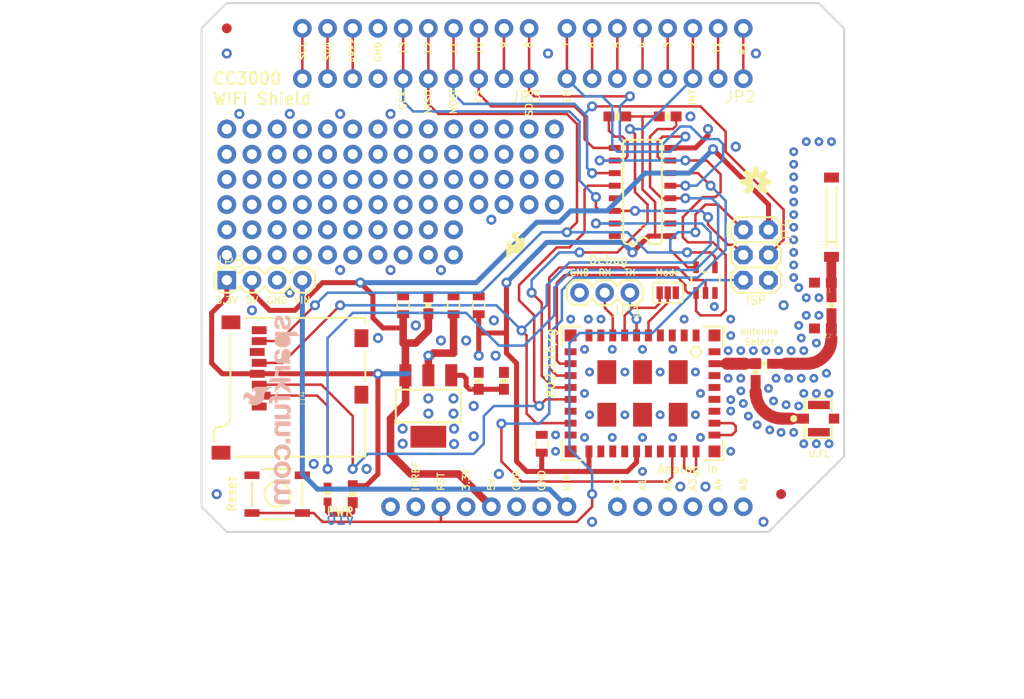
<source format=kicad_pcb>
(kicad_pcb (version 20211014) (generator pcbnew)
  (layers (0 "F.Cu" signal) (1 "In1.Cu" signal) (2 "In2.Cu" signal) (31 "B.Cu" signal) (34 "B.Paste" user) (35 "F.Paste" user) (36 "B.SilkS" user "B.Silkscreen") (37 "F.SilkS" user "F.Silkscreen") (38 "B.Mask" user) (39 "F.Mask" user) (44 "Edge.Cuts" user))
  (net 0 "")
  (net 1 "5V")
  (net 2 "N$2")
  (net 3 "3.3V")
  (net 4 "GND")
  (net 5 "N$3")
  (net 6 "N$4")
  (net 7 "WIFI_TX")
  (net 8 "WIFI_RX")
  (net 9 "N$6")
  (net 10 "N$7")
  (net 11 "N$5")
  (net 12 "N$10")
  (net 13 "N$9")
  (net 14 "N$11")
  (net 15 "N$8")
  (net 16 "N$17")
  (net 17 "N$18")
  (net 18 "N$19")
  (net 19 "N$40")
  (net 20 "N$41")
  (net 21 "N$42")
  (net 22 "N$43")
  (net 23 "N$44")
  (net 24 "N$45")
  (net 25 "N$46")
  (net 26 "N$47")
  (net 27 "N$48")
  (net 28 "N$49")
  (net 29 "N$50")
  (net 30 "N$51")
  (net 31 "N$52")
  (net 32 "N$53")
  (net 33 "N$54")
  (net 34 "N$55")
  (net 35 "N$56")
  (net 36 "N$57")
  (net 37 "N$58")
  (net 38 "N$59")
  (net 39 "N$60")
  (net 40 "N$61")
  (net 41 "N$62")
  (net 42 "N$63")
  (net 43 "N$64")
  (net 44 "N$65")
  (net 45 "N$66")
  (net 46 "N$67")
  (net 47 "N$68")
  (net 48 "N$69")
  (net 49 "N$70")
  (net 50 "N$71")
  (net 51 "N$72")
  (net 52 "N$73")
  (net 53 "N$75")
  (net 54 "N$76")
  (net 55 "N$77")
  (net 56 "N$78")
  (net 57 "N$79")
  (net 58 "N$80")
  (net 59 "N$81")
  (net 60 "N$82")
  (net 61 "N$83")
  (net 62 "N$84")
  (net 63 "N$85")
  (net 64 "N$86")
  (net 65 "N$87")
  (net 66 "N$88")
  (net 67 "N$89")
  (net 68 "N$90")
  (net 69 "N$91")
  (net 70 "N$92")
  (net 71 "N$96")
  (net 72 "N$97")
  (net 73 "N$98")
  (net 74 "N$99")
  (net 75 "N$100")
  (net 76 "N$101")
  (net 77 "N$102")
  (net 78 "N$103")
  (net 79 "N$104")
  (net 80 "N$105")
  (net 81 "N$106")
  (net 82 "N$107")
  (net 83 "N$108")
  (net 84 "N$109")
  (net 85 "N$110")
  (net 86 "N$111")
  (net 87 "N$112")
  (net 88 "N$113")
  (net 89 "N$114")
  (net 90 "N$115")
  (net 91 "N$116")
  (net 92 "INT_3.3V")
  (net 93 "EN_5V")
  (net 94 "EN_3.3V")
  (net 95 "MOSI_5V")
  (net 96 "MOSI_3.3V")
  (net 97 "SCK_5V")
  (net 98 "SCK_3.3V")
  (net 99 "MISO_3.3V")
  (net 100 "WIFI_MISO")
  (net 101 "N$127")
  (net 102 "N$128")
  (net 103 "N$129")
  (net 104 "N$125")
  (net 105 "N$126")
  (net 106 "N$131")
  (net 107 "AREF")
  (net 108 "N$130")
  (net 109 "CS_5V")
  (net 110 "CS_3.3V")
  (net 111 "SD_CS_5V")
  (net 112 "SD_CS_3.3V")
  (net 113 "SDA")
  (net 114 "SCL")
  (net 115 "RESET")
  (net 116 "VIN")
  (footprint "boardEagle:0603-RES" (layer "F.Cu") (at 163.1061 89.7636 180)
    (fp_text reference "R5")
    (fp_text value "10k")
  )
  (footprint "boardEagle:0805" (layer "F.Cu") (at 141.5161 108.8136 90)
    (fp_text reference "C2")
    (fp_text value "10uF")
  )
  (footprint "boardEagle:TACTILE_SWITCH_SMD" (layer "F.Cu") (at 123.7361 127.8636)
    (fp_text reference "S1")
    (fp_text value "RESET")
  )
  (footprint "boardEagle:0805" (layer "F.Cu") (at 150.4061 122.7836 90)
    (fp_text reference "C5")
    (fp_text value "1uF")
  )
  (footprint "boardEagle:0603-RES" (layer "F.Cu") (at 158.0261 89.7636)
    (fp_text reference "R4")
    (fp_text value "10k")
  )
  (footprint "boardEagle:SOT223" (layer "F.Cu") (at 138.9761 118.9736 180)
    (fp_text reference "U1")
    (fp_text value "LM1117")
  )
  (footprint "boardEagle:0805" (layer "F.Cu") (at 144.0561 108.8136 90)
    (fp_text reference "C4")
    (fp_text value "1uF")
  )
  (footprint "boardEagle:0603-CAP" (layer "F.Cu") (at 179.6161 108.8136 -90)
    (fp_text reference "C7")
    (fp_text value "2.2pF")
  )
  (footprint "" (layer "F.Cu") (at 173.2661 124.0536)
    (fp_text reference "@HOLE1" hide)
    (fp_text value "")
  )
  (footprint "boardEagle:2X3" (layer "F.Cu") (at 170.7261 101.1936 -90)
    (fp_text reference "JP4")
    (fp_text value "AVR_SPI_PRG_6PTH")
  )
  (footprint "boardEagle:FIDUCIAL-1X2" (layer "F.Cu") (at 174.5361 127.8636)
    (fp_text reference "FID1" hide)
    (fp_text value "FIDUCIAL1X2" hide)
  )
  (footprint "boardEagle:QFN-46_CC3000" (layer "F.Cu") (at 160.5661 117.7036 -90)
    (fp_text reference "U5")
    (fp_text value "CC3000")
  )
  (footprint "boardEagle:SJ_3_PASTE1&2" (layer "F.Cu") (at 163.1061 107.5436)
    (fp_text reference "SJ1")
    (fp_text value "Mode")
  )
  (footprint "boardEagle:0603-RES" (layer "F.Cu") (at 146.5961 116.4336 -90)
    (fp_text reference "R2")
    (fp_text value "390")
  )
  (footprint "boardEagle:1X04" (layer "F.Cu") (at 118.6561 106.2736)
    (fp_text reference "JP5")
    (fp_text value "")
  )
  (footprint "boardEagle:LED-0603" (layer "F.Cu") (at 128.8161 127.8636)
    (fp_text reference "D1")
    (fp_text value "GREEN")
  )
  (footprint "boardEagle:1X10_NO_SILK" (layer "F.Cu") (at 149.1361 85.9536 180)
    (fp_text reference "JP3")
    (fp_text value "M10NO_SILK")
  )
  (footprint "boardEagle:OSHW-LOGO-S" (layer "F.Cu") (at 171.9961 96.3676)
    (fp_text reference "LOGO1" hide)
    (fp_text value "OSHW-LOGOS" hide)
  )
  (footprint "boardEagle:SFE-LOGO-FLAME" (layer "F.Cu") (at 146.8501 104.2416)
    (fp_text reference "LOGO3" hide)
    (fp_text value "LOGO-SFESK" hide)
  )
  (footprint "boardEagle:UNO_R3_SHIELD_NOLABELS" (layer "F.Cu") (at 116.1161 78.3336 -90)
    (fp_text reference "U2" hide)
    (fp_text value "ARDUINO_R3_SHIELDNOLABELS" hide)
  )
  (footprint "boardEagle:MICRO-SD-SOCKET-PP" (layer "F.Cu") (at 132.6261 110.0836 90)
    (fp_text reference "U4")
    (fp_text value "USD-SOCKETNEW")
  )
  (footprint "boardEagle:0805" (layer "F.Cu") (at 136.4361 108.8136 90)
    (fp_text reference "C1")
    (fp_text value "10uF")
  )
  (footprint "boardEagle:0603" (layer "F.Cu") (at 178.7525 106.5276 180)
    (fp_text reference "L1")
    (fp_text value "DNP")
  )
  (footprint "boardEagle:1X08_NO_SILK" (layer "F.Cu") (at 170.7261 85.9536 180)
    (fp_text reference "JP2")
    (fp_text value "")
  )
  (footprint "boardEagle:CREATIVE_COMMONS" (layer "F.Cu") (at 116.1161 148.1836)
    (fp_text reference "FRAME1" hide)
    (fp_text value "FRAME-LETTER" hide)
  )
  (footprint "boardEagle:0603-CAP" (layer "F.Cu") (at 138.9761 108.8136 90)
    (fp_text reference "C3")
    (fp_text value "0.1uF")
  )
  (footprint "boardEagle:0603-RES" (layer "F.Cu") (at 144.0561 116.4336 90)
    (fp_text reference "R1")
    (fp_text value "240")
  )
  (footprint "boardEagle:ANTENNA-CHIP_2500AT44M0400" (layer "F.Cu") (at 179.6161 99.9236 90)
    (fp_text reference "AE1")
    (fp_text value "ANTENNA22500AT44M0400")
  )
  (footprint "boardEagle:0603-RES" (layer "F.Cu") (at 131.3561 127.8636 90)
    (fp_text reference "R3")
    (fp_text value "390")
  )
  (footprint "boardEagle:0603" (layer "F.Cu") (at 178.7525 111.1504 180)
    (fp_text reference "L2")
    (fp_text value "2.2nH")
  )
  (footprint "boardEagle:FIDUCIAL-1X2" (layer "F.Cu") (at 118.6561 80.8736)
    (fp_text reference "FID2" hide)
    (fp_text value "FIDUCIAL1X2" hide)
  )
  (footprint "boardEagle:STAND-OFF" (layer "F.Cu") (at 177.0761 80.8736)
    (fp_text reference "STANDOFF1" hide)
    (fp_text value "STAND-OFF" hide)
  )
  (footprint "boardEagle:U.FL" (layer "F.Cu") (at 178.3461 120.2436 180)
    (fp_text reference "J1" hide)
    (fp_text value "U.FL" hide)
  )
  (footprint "boardEagle:1X03" (layer "F.Cu") (at 159.2961 107.5436 180)
    (fp_text reference "JP1")
    (fp_text value "Debug")
  )
  (footprint "boardEagle:0603-CAP" (layer "F.Cu") (at 171.9707 115.5446 -90)
    (fp_text reference "C8")
    (fp_text value "DNP")
  )
  (footprint "boardEagle:STAND-OFF" (layer "F.Cu") (at 177.0761 88.4936)
    (fp_text reference "STANDOFF2" hide)
    (fp_text value "STAND-OFF" hide)
  )
  (footprint "boardEagle:0603-CAP" (layer "F.Cu") (at 172.8343 114.7064 180)
    (fp_text reference "C6")
    (fp_text value "10pF")
  )
  (footprint "boardEagle:SO016" (layer "F.Cu") (at 160.5661 97.3836 90)
    (fp_text reference "U3")
    (fp_text value "74HC4050")
  )
  (footprint "boardEagle:SOT23-5" (layer "F.Cu") (at 166.9161 106.2736)
    (fp_text reference "U6")
    (fp_text value "74AHC1G125")
  )
  (footprint "" (layer "F.Cu") (at 122.4661 80.8736)
    (fp_text reference "@HOLE0" hide)
    (fp_text value "")
  )
  (footprint "boardEagle:SFE-NEW-WEBLOGO" (layer "B.Cu") (at 126.0221 109.8296 -90)
    (fp_text reference "LOGO2" hide)
    (fp_text value "LOGO-SFENEW" hide)
  )
  (gr_circle (center 175.8061 120.2436) (end 175.985703 120.2436) (layer "F.SilkS") (width 0.3556) (fill none))
  (gr_line (start 180.8861 124.0536) (end 173.2661 131.6736) (layer "Edge.Cuts") (width 0.2032))
  (gr_line (start 173.2661 131.6736) (end 118.6561 131.6736) (layer "Edge.Cuts") (width 0.2032))
  (gr_line (start 180.8861 80.8736) (end 180.8861 124.0536) (layer "Edge.Cuts") (width 0.2032))
  (gr_line (start 116.1161 80.8736) (end 118.6561 78.3336) (layer "Edge.Cuts") (width 0.2032))
  (gr_line (start 118.6561 78.3336) (end 178.3461 78.3336) (layer "Edge.Cuts") (width 0.2032))
  (gr_line (start 118.6561 131.6736) (end 116.1161 129.1336) (layer "Edge.Cuts") (width 0.2032))
  (gr_line (start 116.1161 129.1336) (end 116.1161 80.8736) (layer "Edge.Cuts") (width 0.2032))
  (gr_line (start 178.3461 78.3336) (end 180.8861 80.8736) (layer "Edge.Cuts") (width 0.2032))
  (gr_text "v10" (at 130.0861 130.4036) (layer "B.Cu") (effects (font (size 1.03632 1.03632) (thickness 0.18288)) (justify mirror)))
  (gr_text "SCK" (at 136.4361 86.9696 90) (layer "F.SilkS") (effects (font (size 0.69088 0.69088) (thickness 0.12192)) (justify right)))
  (gr_text "SCL" (at 126.2761 82.1436 90) (layer "F.SilkS") (effects (font (size 0.69088 0.69088) (thickness 0.12192)) (justify right)))
  (gr_text "EN" (at 152.9461 86.9696 90) (layer "F.SilkS") (effects (font (size 0.69088 0.69088) (thickness 0.12192)) (justify right)))
  (gr_text "AREF" (at 131.3561 81.7626 90) (layer "F.SilkS") (effects (font (size 0.69088 0.69088) (thickness 0.12192)) (justify right)))
  (gr_text "5V" (at 121.1961 108.3056) (layer "F.SilkS") (effects (font (size 0.69088 0.69088) (thickness 0.12192))))
  (gr_text "8" (at 149.1361 82.1436 90) (layer "F.SilkS") (effects (font (size 0.69088 0.69088) (thickness 0.12192)) (justify right)))
  (gr_text "MISO" (at 138.9761 86.9696 90) (layer "F.SilkS") (effects (font (size 0.69088 0.69088) (thickness 0.12192)) (justify right)))
  (gr_text "CC3000" (at 117.1321 85.9536) (layer "F.SilkS") (effects (font (size 1.18745 1.18745) (thickness 0.20955)) (justify left)))
  (gr_text "802.11b/g" (at 151.2951 114.6556 90) (layer "F.SilkS") (effects (font (size 0.8636 0.8636) (thickness 0.1524))))
  (gr_text "10" (at 144.0561 82.1436 90) (layer "F.SilkS") (effects (font (size 0.69088 0.69088) (thickness 0.12192)) (justify right)))
  (gr_text "GND" (at 133.8961 82.1436 90) (layer "F.SilkS") (effects (font (size 0.69088 0.69088) (thickness 0.12192)) (justify right)))
  (gr_text "A2" (at 163.1061 127.6096 90) (layer "F.SilkS") (effects (font (size 0.69088 0.69088) (thickness 0.12192)) (justify left)))
  (gr_text "CS" (at 144.0561 86.9696 90) (layer "F.SilkS") (effects (font (size 0.69088 0.69088) (thickness 0.12192)) (justify right)))
  (gr_text "A3" (at 165.6461 127.6096 90) (layer "F.SilkS") (effects (font (size 0.69088 0.69088) (thickness 0.12192)) (justify left)))
  (gr_text "RX" (at 170.7261 82.1436 90) (layer "F.SilkS") (effects (font (size 0.69088 0.69088) (thickness 0.12192)) (justify right)))
  (gr_text "3" (at 163.1061 82.1436 90) (layer "F.SilkS") (effects (font (size 0.69088 0.69088) (thickness 0.12192)) (justify right)))
  (gr_text "IOREF" (at 137.7061 127.6096 90) (layer "F.SilkS") (effects (font (size 0.69088 0.69088) (thickness 0.12192)) (justify left)))
  (gr_text "TX" (at 168.1861 82.1436 90) (layer "F.SilkS") (effects (font (size 0.69088 0.69088) (thickness 0.12192)) (justify right)))
  (gr_text "A0" (at 158.0261 127.6096 90) (layer "F.SilkS") (effects (font (size 0.69088 0.69088) (thickness 0.12192)) (justify left)))
  (gr_text "Reset" (at 119.6721 127.8636 90) (layer "F.SilkS") (effects (font (size 0.8636 0.8636) (thickness 0.1524)) (justify bottom)))
  (gr_text "Debug" (at 157.1371 104.7496) (layer "F.SilkS") (effects (font (size 0.8636 0.8636) (thickness 0.1524)) (justify bottom)))
  (gr_text "6" (at 155.4861 82.1436 90) (layer "F.SilkS") (effects (font (size 0.69088 0.69088) (thickness 0.12192)) (justify right)))
  (gr_text "U.FL" (at 178.3461 123.7996) (layer "F.SilkS") (effects (font (size 0.6477 0.6477) (thickness 0.1143))))
  (gr_text "GND" (at 147.8661 127.6096 90) (layer "F.SilkS") (effects (font (size 0.69088 0.69088) (thickness 0.12192)) (justify left)))
  (gr_text "7" (at 152.9461 82.1436 90) (layer "F.SilkS") (effects (font (size 0.69088 0.69088) (thickness 0.12192)) (justify right)))
  (gr_text "13" (at 136.4361 82.1436 90) (layer "F.SilkS") (effects (font (size 0.69088 0.69088) (thickness 0.12192)) (justify right)))
  (gr_text "2" (at 165.6461 82.1436 90) (layer "F.SilkS") (effects (font (size 0.69088 0.69088) (thickness 0.12192)) (justify right)))
  (gr_text "A5" (at 170.7261 127.6096 90) (layer "F.SilkS") (effects (font (size 0.69088 0.69088) (thickness 0.12192)) (justify left)))
  (gr_text "VIN" (at 152.9461 127.6096 90) (layer "F.SilkS") (effects (font (size 0.69088 0.69088) (thickness 0.12192)) (justify left)))
  (gr_text "GND" (at 123.7361 108.3056) (layer "F.SilkS") (effects (font (size 0.69088 0.69088) (thickness 0.12192))))
  (gr_text "5" (at 158.0261 82.1436 90) (layer "F.SilkS") (effects (font (size 0.69088 0.69088) (thickness 0.12192)) (justify right)))
  (gr_text "Mode" (at 163.1061 105.5116) (layer "F.SilkS") (effects (font (size 0.6477 0.6477) (thickness 0.1143))))
  (gr_text "9" (at 146.5961 82.1436 90) (layer "F.SilkS") (effects (font (size 0.69088 0.69088) (thickness 0.12192)) (justify right)))
  (gr_text "A4" (at 168.1861 127.6096 90) (layer "F.SilkS") (effects (font (size 0.69088 0.69088) (thickness 0.12192)) (justify left)))
  (gr_text "PWR" (at 130.0861 129.1336) (layer "F.SilkS") (effects (font (size 0.8636 0.8636) (thickness 0.1524)) (justify top)))
  (gr_text "RST" (at 140.2461 127.6096 90) (layer "F.SilkS") (effects (font (size 0.69088 0.69088) (thickness 0.12192)) (justify left)))
  (gr_text "VIN" (at 126.2761 108.3056) (layer "F.SilkS") (effects (font (size 0.69088 0.69088) (thickness 0.12192))))
  (gr_text "A1" (at 160.5661 127.6096 90) (layer "F.SilkS") (effects (font (size 0.69088 0.69088) (thickness 0.12192)) (justify left)))
  (gr_text "4" (at 160.5661 82.1436 90) (layer "F.SilkS") (effects (font (size 0.69088 0.69088) (thickness 0.12192)) (justify right)))
  (gr_text "GND" (at 154.2161 105.5116) (layer "F.SilkS") (effects (font (size 0.6477 0.6477) (thickness 0.1143))))
  (gr_text "TX" (at 159.2961 105.5116) (layer "F.SilkS") (effects (font (size 0.6477 0.6477) (thickness 0.1143))))
  (gr_text "3.3V" (at 118.6561 108.3056) (layer "F.SilkS") (effects (font (size 0.69088 0.69088) (thickness 0.12192))))
  (gr_text "Antenna\nSelect" (at 172.3771 112.8776) (layer "F.SilkS") (effects (font (size 0.6477 0.6477) (thickness 0.1143)) (justify bottom)))
  (gr_text "SDA" (at 128.8161 82.1436 90) (layer "F.SilkS") (effects (font (size 0.69088 0.69088) (thickness 0.12192)) (justify right)))
  (gr_text "3.3V" (at 142.7861 127.6096 90) (layer "F.SilkS") (effects (font (size 0.69088 0.69088) (thickness 0.12192)) (justify left)))
  (gr_text "5V" (at 145.3261 127.6096 90) (layer "F.SilkS") (effects (font (size 0.69088 0.69088) (thickness 0.12192)) (justify left)))
  (gr_text "RX" (at 156.7561 105.5116) (layer "F.SilkS") (effects (font (size 0.6477 0.6477) (thickness 0.1143))))
  (gr_text "ISP" (at 171.9961 108.3056) (layer "F.SilkS") (effects (font (size 0.8636 0.8636) (thickness 0.1524))))
  (gr_text "SDCS" (at 149.1361 86.9696 90) (layer "F.SilkS") (effects (font (size 0.69088 0.69088) (thickness 0.12192)) (justify right)))
  (gr_text "11" (at 141.5161 82.1436 90) (layer "F.SilkS") (effects (font (size 0.69088 0.69088) (thickness 0.12192)) (justify right)))
  (gr_text "Analog In" (at 165.1381 125.8316) (layer "F.SilkS") (effects (font (size 0.8636 0.8636) (thickness 0.1524)) (justify bottom)))
  (gr_text "INT" (at 165.6461 86.9696 90) (layer "F.SilkS") (effects (font (size 0.69088 0.69088) (thickness 0.12192)) (justify right)))
  (gr_text "GND" (at 150.4061 127.6096 90) (layer "F.SilkS") (effects (font (size 0.69088 0.69088) (thickness 0.12192)) (justify left)))
  (gr_text "12" (at 138.9761 82.1436 90) (layer "F.SilkS") (effects (font (size 0.69088 0.69088) (thickness 0.12192)) (justify right)))
  (gr_text "MOSI" (at 141.5161 86.9696 90) (layer "F.SilkS") (effects (font (size 0.69088 0.69088) (thickness 0.12192)) (justify right)))
  (gr_text "WiFi Shield" (at 117.1321 87.9856) (layer "F.SilkS") (effects (font (size 1.18745 1.18745) (thickness 0.20955)) (justify left)))
  (segment (start 121.1961 106.2736) (end 121.1961 107.5436) (width 0.508) (layer "F.Cu") (net 1))
  (segment (start 135.1661 123.7996) (end 135.1661 120.2436) (width 0.762) (layer "F.Cu") (net 1))
  (segment (start 136.6901 118.7196) (end 136.6901 115.9002) (width 0.762) (layer "F.Cu") (net 1))
  (segment (start 137.1981 125.8316) (end 135.1661 123.7996) (width 0.762) (layer "F.Cu") (net 1))
  (segment (start 136.6901 115.9002) (end 136.6647 115.8748) (width 0.762) (layer "F.Cu") (net 1))
  (segment (start 136.4361 109.7136) (end 136.4361 111.0996) (width 0.762) (layer "F.Cu") (net 1))
  (segment (start 138.9761 109.6636) (end 138.9761 111.3536) (width 0.762) (layer "F.Cu") (net 1))
  (segment (start 138.9761 111.3536) (end 137.7061 112.6236) (width 0.762) (layer "F.Cu") (net 1))
  (segment (start 145.3261 129.1336) (end 142.0241 125.8316) (width 0.762) (layer "F.Cu") (net 1))
  (segment (start 134.4041 111.0996) (end 136.4361 111.0996) (width 0.508) (layer "F.Cu") (net 1))
  (segment (start 135.1661 120.2436) (end 136.6901 118.7196) (width 0.762) (layer "F.Cu") (net 1))
  (segment (start 133.3881 107.7976) (end 133.3881 110.0836) (width 0.508) (layer "F.Cu") (net 1))
  (segment (start 125.5141 109.3216) (end 128.3081 106.5276) (width 0.508) (layer "F.Cu") (net 1))
  (segment (start 173.2661 101.1936) (end 173.2661 98.6536) (width 0.508) (layer "F.Cu") (net 1))
  (segment (start 128.3081 106.5276) (end 132.1181 106.5276) (width 0.508) (layer "F.Cu") (net 1))
  (segment (start 142.0241 125.8316) (end 137.1981 125.8316) (width 0.762) (layer "F.Cu") (net 1))
  (segment (start 133.3881 110.0836) (end 134.4041 111.0996) (width 0.508) (layer "F.Cu") (net 1))
  (segment (start 132.1181 106.5276) (end 133.3881 107.7976) (width 0.508) (layer "F.Cu") (net 1))
  (segment (start 136.6647 112.8522) (end 136.4361 112.6236) (width 0.762) (layer "F.Cu") (net 1))
  (segment (start 136.6647 115.8748) (end 136.6647 112.8522) (width 0.762) (layer "F.Cu") (net 1))
  (segment (start 173.2661 98.6536) (end 167.6781 93.0656) (width 0.508) (layer "F.Cu") (net 1))
  (segment (start 137.7061 112.6236) (end 136.4361 112.6236) (width 0.762) (layer "F.Cu") (net 1))
  (segment (start 136.4361 111.0996) (end 136.4361 112.6236) (width 0.762) (layer "F.Cu") (net 1))
  (segment (start 121.1961 107.5436) (end 122.9741 109.3216) (width 0.508) (layer "F.Cu") (net 1))
  (segment (start 122.9741 109.3216) (end 125.5141 109.3216) (width 0.508) (layer "F.Cu") (net 1))
  (via (at 167.6781 93.0656) (size 1.016) (drill 0.508) (layers "F.Cu" "B.Cu") (net 1))
  (via (at 132.1181 106.5276) (size 1.016) (drill 0.508) (layers "F.Cu" "B.Cu") (net 1))
  (segment (start 149.8981 100.4316) (end 152.1841 100.4316) (width 0.508) (layer "B.Cu") (net 1))
  (segment (start 160.8201 95.4786) (end 157.0101 99.2886) (width 0.508) (layer "B.Cu") (net 1))
  (segment (start 165.2651 95.4786) (end 167.6781 93.0656) (width 0.508) (layer "B.Cu") (net 1))
  (segment (start 157.0101 99.2886) (end 153.3271 99.2886) (width 0.508) (layer "B.Cu") (net 1))
  (segment (start 149.8981 100.4316) (end 143.8021 106.5276) (width 0.508) (layer "B.Cu") (net 1))
  (segment (start 152.1841 100.4316) (end 153.3271 99.2886) (width 0.508) (layer "B.Cu") (net 1))
  (segment (start 143.8021 106.5276) (end 132.1181 106.5276) (width 0.508) (layer "B.Cu") (net 1))
  (segment (start 160.8201 95.4786) (end 165.2651 95.4786) (width 0.508) (layer "B.Cu") (net 1))
  (segment (start 142.4813 115.8748) (end 142.7861 116.1796) (width 0.508) (layer "F.Cu") (net 2))
  (segment (start 142.7861 116.9416) (end 142.7861 116.1796) (width 0.508) (layer "F.Cu") (net 2))
  (segment (start 146.5961 117.2836) (end 144.0561 117.2836) (width 0.508) (layer "F.Cu") (net 2))
  (segment (start 143.1281 117.2836) (end 142.7861 116.9416) (width 0.508) (layer "F.Cu") (net 2))
  (segment (start 141.2875 115.8748) (end 142.4813 115.8748) (width 0.508) (layer "F.Cu") (net 2))
  (segment (start 144.0561 117.2836) (end 143.1281 117.2836) (width 0.508) (layer "F.Cu") (net 2))
  (segment (start 161.8361 101.8286) (end 161.2011 101.8286) (width 0.508) (layer "F.Cu") (net 3))
  (segment (start 146.8501 106.5276) (end 146.8501 111.6076) (width 0.508) (layer "F.Cu") (net 3))
  (segment (start 163.3661 101.8286) (end 161.8361 101.8286) (width 0.508) (layer "F.Cu") (net 3))
  (segment (start 132.7141 127.0136) (end 133.8961 125.8316) (width 0.508) (layer "F.Cu") (net 3))
  (segment (start 150.4061 125.5776) (end 155.2321 125.5776) (width 0.508) (layer "F.Cu") (net 3))
  (segment (start 155.1661 123.5536) (end 155.1661 125.5116) (width 0.508) (layer "F.Cu") (net 3))
  (segment (start 150.4061 123.6836) (end 150.4061 125.5776) (width 0.508) (layer "F.Cu") (net 3))
  (segment (start 121.7261 115.7236) (end 118.2001 115.7236) (width 0.508) (layer "F.Cu") (net 3))
  (segment (start 138.9761 114.1476) (end 139.4841 113.6396) (width 0.762) (layer "F.Cu") (net 3))
  (segment (start 118.2001 115.7236) (end 117.1321 114.6556) (width 0.508) (layer "F.Cu") (net 3))
  (segment (start 121.7261 115.7236) (end 133.8949 115.7236) (width 0.508) (layer "F.Cu") (net 3))
  (segment (start 161.8361 98.3996) (end 161.8361 101.8286) (width 0.254) (layer "F.Cu") (net 3))
  (segment (start 155.1661 125.5116) (end 155.2321 125.5776) (width 0.508) (layer "F.Cu") (net 3))
  (segment (start 159.9661 123.5536) (end 159.9661 124.6536) (width 0.508) (layer "F.Cu") (net 3))
  (segment (start 150.4061 125.5776) (end 148.8821 125.5776) (width 0.508) (layer "F.Cu") (net 3))
  (segment (start 158.8761 89.7636) (end 160.5661 89.7636) (width 0.254) (layer "F.Cu") (net 3))
  (segment (start 147.8661 124.5616) (end 148.8821 125.5776) (width 0.508) (layer "F.Cu") (net 3))
  (segment (start 118.6561 108.0516) (end 117.1321 109.5756) (width 0.508) (layer "F.Cu") (net 3))
  (segment (start 131.3561 127.0136) (end 132.7141 127.0136) (width 0.508) (layer "F.Cu") (net 3))
  (segment (start 155.2321 125.5776) (end 159.0421 125.5776) (width 0.508) (layer "F.Cu") (net 3))
  (segment (start 161.2011 101.8286) (end 159.5501 103.4796) (width 0.508) (layer "F.Cu") (net 3))
  (segment (start 160.5661 97.1296) (end 160.5661 89.7636) (width 0.254) (layer "F.Cu") (net 3))
  (segment (start 163.3661 101.8286) (end 163.3661 103.2316) (width 0.254) (layer "F.Cu") (net 3))
  (segment (start 141.5161 109.7136) (end 141.5161 113.6396) (width 0.762) (layer "F.Cu") (net 3))
  (segment (start 133.8961 115.7224) (end 133.8961 125.8316) (width 0.508) (layer "F.Cu") (net 3))
  (segment (start 144.0561 115.6716) (end 144.0561 115.5836) (width 0.508) (layer "F.Cu") (net 3))
  (segment (start 147.8661 114.6556) (end 147.8661 124.5616) (width 0.508) (layer "F.Cu") (net 3))
  (segment (start 159.9661 124.6536) (end 159.0421 125.5776) (width 0.508) (layer "F.Cu") (net 3))
  (segment (start 146.8501 113.6396) (end 147.8661 114.6556) (width 0.508) (layer "F.Cu") (net 3))
  (segment (start 117.1321 114.6556) (end 117.1321 109.5756) (width 0.508) (layer "F.Cu") (net 3))
  (segment (start 161.8361 98.3996) (end 160.5661 97.1296) (width 0.254) (layer "F.Cu") (net 3))
  (segment (start 118.6561 106.2736) (end 118.6561 108.0516) (width 0.508) (layer "F.Cu") (net 3))
  (segment (start 138.9761 115.8748) (end 138.9761 114.1476) (width 0.762) (layer "F.Cu") (net 3))
  (segment (start 165.9661 104.9735) (end 165.108 104.9735) (width 0.254) (layer "F.Cu") (net 3))
  (segment (start 146.8501 111.6076) (end 144.0561 111.6076) (width 0.508) (layer "F.Cu") (net 3))
  (segment (start 144.0561 111.6076) (end 144.0561 113.8936) (width 0.508) (layer "F.Cu") (net 3))
  (segment (start 133.8949 115.7236) (end 133.8961 115.7224) (width 0.508) (layer "F.Cu") (net 3))
  (segment (start 139.4841 113.6396) (end 141.5161 113.6396) (width 0.762) (layer "F.Cu") (net 3))
  (segment (start 144.0561 111.6076) (end 144.0561 109.7136) (width 0.508) (layer "F.Cu") (net 3))
  (segment (start 160.5661 89.7636) (end 162.2561 89.7636) (width 0.254) (layer "F.Cu") (net 3))
  (segment (start 146.8501 113.6396) (end 146.8501 111.6076) (width 0.508) (layer "F.Cu") (net 3))
  (segment (start 163.3661 103.2316) (end 165.108 104.9735) (width 0.254) (layer "F.Cu") (net 3))
  (via (at 143.5481 118.9736) (size 1.016) (drill 0.508) (layers "F.Cu" "B.Cu") (net 3))
  (via (at 136.3853 122.7836) (size 1.016) (drill 0.508) (layers "F.Cu" "B.Cu") (net 3))
  (via (at 141.5669 122.809) (size 1.016) (drill 0.508) (layers "F.Cu" "B.Cu") (net 3))
  (via (at 138.9761 119.7356) (size 1.016) (drill 0.508) (layers "F.Cu" "B.Cu") (net 3))
  (via (at 144.0561 113.8936) (size 1.016) (drill 0.508) (layers "F.Cu" "B.Cu") (net 3))
  (via (at 138.9761 113.8936) (size 1.016) (drill 0.508) (layers "F.Cu" "B.Cu") (net 3))
  (via (at 143.5481 122.0216) (size 1.016) (drill 0.508) (layers "F.Cu" "B.Cu") (net 3))
  (via (at 141.5161 118.2116) (size 1.016) (drill 0.508) (layers "F.Cu" "B.Cu") (net 3))
  (via (at 133.8961 115.7224) (size 1.016) (drill 0.508) (layers "F.Cu" "B.Cu") (net 3))
  (via (at 141.5669 121.2596) (size 1.016) (drill 0.508) (layers "F.Cu" "B.Cu") (net 3))
  (via (at 138.9761 118.2116) (size 1.016) (drill 0.508) (layers "F.Cu" "B.Cu") (net 3))
  (via (at 146.8501 106.5276) (size 1.016) (drill 0.508) (layers "F.Cu" "B.Cu") (net 3))
  (via (at 141.5161 119.7356) (size 1.016) (drill 0.508) (layers "F.Cu" "B.Cu") (net 3))
  (via (at 159.5501 103.4796) (size 1.016) (drill 0.508) (layers "F.Cu" "B.Cu") (net 3))
  (via (at 136.3853 121.2596) (size 1.016) (drill 0.508) (layers "F.Cu" "B.Cu") (net 3))
  (segment (start 158.5341 102.4636) (end 150.9141 102.4636) (width 0.508) (layer "B.Cu") (net 3))
  (segment (start 133.8961 115.7224) (end 136.8933 115.7224) (width 0.508) (layer "B.Cu") (net 3))
  (segment (start 158.5341 102.4636) (end 159.5501 103.4796) (width 0.508) (layer "B.Cu") (net 3))
  (segment (start 136.8933 115.7224) (end 136.9441 115.6716) (width 0.508) (layer "B.Cu") (net 3))
  (segment (start 150.9141 102.4636) (end 146.8501 106.5276) (width 0.508) (layer "B.Cu") (net 3))
  (segment (start 167.1701 91.6686) (end 165.9001 92.9386) (width 0.508) (layer "F.Cu") (net 4))
  (segment (start 167.1701 91.0336) (end 167.1701 91.6686) (width 0.508) (layer "F.Cu") (net 4))
  (segment (start 163.3661 92.9386) (end 165.9001 92.9386) (width 0.508) (layer "F.Cu") (net 4))
  (via (at 169.4561 119.4816) (size 0.889) (drill 0.381) (layers "F.Cu" "B.Cu") (net 4))
  (via (at 165.3921 89.7636) (size 1.016) (drill 0.508) (layers "F.Cu" "B.Cu") (net 4))
  (via (at 177.8381 116.1796) (size 0.889) (drill 0.381) (layers "F.Cu" "B.Cu") (net 4))
  (via (at 167.8051 108.9406) (size 0.889) (drill 0.381) (layers "F.Cu" "B.Cu") (net 4))
  (via (at 172.1231 120.8786) (size 0.889) (drill 0.381) (layers "F.Cu" "B.Cu") (net 4))
  (via (at 175.8061 106.0196) (size 0.889) (drill 0.381) (layers "F.Cu" "B.Cu") (net 4))
  (via (at 155.2321 115.5446) (size 0.889) (drill 0.381) (layers "F.Cu" "B.Cu") (net 4))
  (via (at 178.0921 112.6236) (size 0.889) (drill 0.381) (layers "F.Cu" "B.Cu") (net 4))
  (via (at 154.7241 113.2586) (size 0.889) (drill 0.381) (layers "F.Cu" "B.Cu") (net 4))
  (via (at 166.4081 117.7036) (size 0.889) (drill 0.381) (layers "F.Cu" "B.Cu") (net 4))
  (via (at 176.3141 118.9736) (size 0.889) (drill 0.381) (layers "F.Cu" "B.Cu") (net 4))
  (via (at 157.5181 122.1486) (size 0.889) (drill 0.381) (layers "F.Cu" "B.Cu") (net 4))
  (via (at 176.3141 107.0356) (size 0.889) (drill 0.381) (layers "F.Cu" "B.Cu") (net 4))
  (via (at 179.3621 117.7036) (size 0.889) (drill 0.381) (layers "F.Cu" "B.Cu") (net 4))
  (via (at 153.3271 110.2106) (size 0.889) (drill 0.381) (layers "F.Cu" "B.Cu") (net 4))
  (via (at 176.8221 122.7836) (size 0.889) (drill 0.381) (layers "F.Cu" "B.Cu") (net 4))
  (via (at 173.0121 113.3856) (size 0.889) (drill 0.381) (layers "F.Cu" "B.Cu") (net 4))
  (via (at 145.3261 100.1776) (size 1.016) (drill 0.508) (layers "F.Cu" "B.Cu") (net 4))
  (via (at 160.5661 125.5776) (size 0.889) (drill 0.381) (layers "F.Cu" "B.Cu") (net 4))
  (via (at 175.8061 95.8596) (size 0.889) (drill 0.381) (layers "F.Cu" "B.Cu") (net 4))
  (via (at 175.8061 99.6696) (size 0.889) (drill 0.381) (layers "F.Cu" "B.Cu") (net 4))
  (via (at 151.0411 83.4136) (size 1.016) (drill 0.508) (layers "F.Cu" "B.Cu") (net 4))
  (via (at 179.3621 122.7836) (size 0.889) (drill 0.381) (layers "F.Cu" "B.Cu") (net 4))
  (via (at 174.0281 116.1796) (size 0.889) (drill 0.381) (layers "F.Cu" "B.Cu") (net 4))
  (via (at 160.5661 113.2586) (size 0.889) (drill 0.381) (layers "F.Cu" "B.Cu") (net 4))
  (via (at 175.0441 118.8466) (size 0.889) (drill 0.381) (layers "F.Cu" "B.Cu") (net 4))
  (via (at 175.8061 121.6406) (size 0.889) (drill 0.381) (layers "F.Cu" "B.Cu") (net 4))
  (via (at 170.4721 113.3856) (size 0.889) (drill 0.381) (layers "F.Cu" "B.Cu") (net 4))
  (via (at 151.8031 123.5456) (size 0.889) (drill 0.381) (layers "F.Cu" "B.Cu") (net 4))
  (via (at 172.7581 130.6576) (size 1.016) (drill 0.508) (layers "F.Cu" "B.Cu") (net 4))
  (via (at 175.8061 93.3196) (size 0.889) (drill 0.381) (layers "F.Cu" "B.Cu") (net 4))
  (via (at 142.7861 112.3696) (size 1.016) (drill 0.508) (layers "F.Cu" "B.Cu") (net 4))
  (via (at 178.3461 108.0516) (size 0.889) (drill 0.381) (layers "F.Cu" "B.Cu") (net 4))
  (via (at 175.8061 94.5896) (size 0.889) (drill 0.381) (layers "F.Cu" "B.Cu") (net 4))
  (via (at 177.0761 109.8296) (size 0.889) (drill 0.381) (layers "F.Cu" "B.Cu") (net 4))
  (via (at 171.9961 83.4136) (size 1.016) (drill 0.508) (layers "F.Cu" "B.Cu") (net 4))
  (via (at 175.8061 98.3996) (size 0.889) (drill 0.381) (layers "F.Cu" "B.Cu") (net 4))
  (via (at 133.8961 112.1156) (size 1.016) (drill 0.508) (layers "F.Cu" "B.Cu") (net 4))
  (via (at 176.5681 112.1156) (size 0.889) (drill 0.381) (layers "F.Cu" "B.Cu") (net 4))
  (via (at 140.2461 105.2576) (size 1.016) (drill 0.508) (layers "F.Cu" "B.Cu") (net 4))
  (via (at 164.7571 110.2106) (size 0.889) (drill 0.381) (layers "F.Cu" "B.Cu") (net 4))
  (via (at 175.5521 113.3856) (size 0.889) (drill 0.381) (layers "F.Cu" "B.Cu") (net 4))
  (via (at 165.9001 119.8626) (size 0.889) (drill 0.381) (layers "F.Cu" "B.Cu") (net 4))
  (via (at 151.8031 121.8946) (size 0.889) (drill 0.381) (layers "F.Cu" "B.Cu") (net 4))
  (via (at 175.2981 116.1796) (size 0.889) (drill 0.381) (layers "F.Cu" "B.Cu") (net 4))
  (via (at 117.6401 127.8636) (size 1.016) (drill 0.508) (layers "F.Cu" "B.Cu") (net 4))
  (via (at 176.3141 110.8456) (size 0.889) (drill 0.381) (layers "F.Cu" "B.Cu") (net 4))
  (via (at 145.7579 113.8936) (size 1.016) (drill 0.508) (layers "F.Cu" "B.Cu") (net 4))
  (via (at 169.4561 123.5456) (size 0.889) (drill 0.381) (layers "F.Cu" "B.Cu") (net 4))
  (via (at 170.4721 116.1796) (size 0.889) (drill 0.381) (layers "F.Cu" "B.Cu") (net 4))
  (via (at 154.7241 122.1486) (size 0.889) (drill 0.381) (layers "F.Cu" "B.Cu") (net 4))
  (via (at 118.6561 83.4136) (size 1.016) (drill 0.508) (layers "F.Cu" "B.Cu") (net 4))
  (via (at 160.5661 122.1486) (size 0.889) (drill 0.381) (layers "F.Cu" "B.Cu") (net 4))
  (via (at 163.6141 122.1486) (size 0.889) (drill 0.381) (layers "F.Cu" "B.Cu") (net 4))
  (via (at 176.5681 116.1796) (size 0.889) (drill 0.381) (layers "F.Cu" "B.Cu") (net 4))
  (via (at 166.9161 127.1016) (size 1.016) (drill 0.508) (layers "F.Cu" "B.Cu") (net 4))
  (via (at 169.2021 113.3856) (size 0.889) (drill 0.381) (layers "F.Cu" "B.Cu") (net 4))
  (via (at 135.1661 105.2576) (size 1.016) (drill 0.508) (layers "F.Cu" "B.Cu") (net 4))
  (via (at 137.7061 110.8456) (size 1.016) (drill 0.508) (layers "F.Cu" "B.Cu") (net 4))
  (via (at 162.3441 115.5446) (size 0.889) (drill 0.381) (layers "F.Cu" "B.Cu") (net 4))
  (via (at 158.7881 115.5446) (size 0.889) (drill 0.381) (layers "F.Cu" "B.Cu") (net 4))
  (via (at 176.8221 113.3856) (size 0.889) (drill 0.381) (layers "F.Cu" "B.Cu") (net 4))
  (via (at 176.8221 117.7036) (size 0.889) (drill 0.381) (layers "F.Cu" "B.Cu") (net 4))
  (via (at 125.0061 107.5436) (size 1.016) (drill 0.508) (layers "F.Cu" "B.Cu") (net 4))
  (via (at 155.4861 130.6576) (size 1.016) (drill 0.508) (layers "F.Cu" "B.Cu") (net 4))
  (via (at 132.7531 125.3236) (size 1.016) (drill 0.508) (layers "F.Cu" "B.Cu") (net 4))
  (via (at 164.3761 127.1016) (size 1.016) (drill 0.508) (layers "F.Cu" "B.Cu") (net 4))
  (via (at 170.7261 118.7196) (size 0.889) (drill 0.381) (layers "F.Cu" "B.Cu") (net 4))
  (via (at 165.9001 115.5446) (size 0.889) (drill 0.381) (layers "F.Cu" "B.Cu") (net 4))
  (via (at 154.7241 117.7036) (size 0.889) (drill 0.381) (layers "F.Cu" "B.Cu") (net 4))
  (via (at 179.1081 115.6716) (size 0.889) (drill 0.381) (layers "F.Cu" "B.Cu") (net 4))
  (via (at 169.2021 116.1796) (size 0.889) (drill 0.381) (layers "F.Cu" "B.Cu") (net 4))
  (via (at 130.0861 105.2576) (size 1.016) (drill 0.508) (layers "F.Cu" "B.Cu") (net 4))
  (via (at 130.0861 89.5096) (size 1.016) (drill 0.508) (layers "F.Cu" "B.Cu") (net 4))
  (via (at 170.4721 117.4496) (size 0.889) (drill 0.381) (layers "F.Cu" "B.Cu") (net 4))
  (via (at 175.8061 104.7496) (size 0.889) (drill 0.381) (layers "F.Cu" "B.Cu") (net 4))
  (via (at 177.0761 92.3036) (size 0.889) (drill 0.381) (layers "F.Cu" "B.Cu") (net 4))
  (via (at 178.3461 92.3036) (size 0.889) (drill 0.381) (layers "F.Cu" "B.Cu") (net 4))
  (via (at 145.5801 110.3376) (size 1.016) (drill 0.508) (layers "F.Cu" "B.Cu") (net 4))
  (via (at 146.0881 125.8316) (size 1.016) (drill 0.508) (layers "F.Cu" "B.Cu") (net 4))
  (via (at 169.9641 92.8116) (size 1.016) (drill 0.508) (layers "F.Cu" "B.Cu") (net 4))
  (via (at 175.8061 100.9396) (size 0.889) (drill 0.381) (layers "F.Cu" "B.Cu") (net 4))
  (via (at 135.1661 89.5096) (size 1.016) (drill 0.508) (layers "F.Cu" "B.Cu") (net 4))
  (via (at 175.8061 102.2096) (size 0.889) (drill 0.381) (layers "F.Cu" "B.Cu") (net 4))
  (via (at 178.0921 117.7036) (size 0.889) (drill 0.381) (layers "F.Cu" "B.Cu") (net 4))
  (via (at 174.2821 113.3856) (size 0.889) (drill 0.381) (layers "F.Cu" "B.Cu") (net 4))
  (via (at 178.3461 109.8296) (size 0.889) (drill 0.381) (layers "F.Cu" "B.Cu") (net 4))
  (via (at 169.4561 110.2106) (size 0.889) (drill 0.381) (layers "F.Cu" "B.Cu") (net 4))
  (via (at 179.6161 92.3036) (size 0.889) (drill 0.381) (layers "F.Cu" "B.Cu") (net 4))
  (via (at 171.7421 113.3856) (size 0.889) (drill 0.381) (layers "F.Cu" "B.Cu") (net 4))
  (via (at 121.1961 109.3216) (size 1.016) (drill 0.508) (layers "F.Cu" "B.Cu") (net 4))
  (via (at 173.2661 117.1956) (size 0.889) (drill 0.381) (layers "F.Cu" "B.Cu") (net 4))
  (via (at 175.8061 103.4796) (size 0.889) (drill 0.381) (layers "F.Cu" "B.Cu") (net 4))
  (via (at 127.4191 124.8156) (size 1.016) (drill 0.508) (layers "F.Cu" "B.Cu") (net 4))
  (via (at 169.4561 111.8616) (size 0.889) (drill 0.381) (layers "F.Cu" "B.Cu") (net 4))
  (via (at 155.2321 119.8626) (size 0.889) (drill 0.381) (layers "F.Cu" "B.Cu") (net 4))
  (via (at 163.6141 113.2586) (size 0.889) (drill 0.381) (layers "F.Cu" "B.Cu") (net 4))
  (via (at 125.0061 89.5096) (size 1.016) (drill 0.508) (layers "F.Cu" "B.Cu") (net 4))
  (via (at 169.4561 118.3386) (size 0.889) (drill 0.381) (layers "F.Cu" "B.Cu") (net 4))
  (via (at 156.3751 110.2106) (size 0.889) (drill 0.381) (layers "F.Cu" "B.Cu") (net 4))
  (via (at 155.1051 110.2106) (size 0.889) (drill 0.381) (layers "F.Cu" "B.Cu") (net 4))
  (via (at 140.2461 112.3696) (size 1.016) (drill 0.508) (layers "F.Cu" "B.Cu") (net 4))
  (via (at 175.8061 97.1296) (size 0.889) (drill 0.381) (layers "F.Cu" "B.Cu") (net 4))
  (via (at 173.3931 121.3866) (size 0.889) (drill 0.381) (layers "F.Cu" "B.Cu") (net 4))
  (via (at 158.7881 119.8626) (size 0.889) (drill 0.381) (layers "F.Cu" "B.Cu") (net 4))
  (via (at 171.2341 119.9896) (size 0.889) (drill 0.381) (layers "F.Cu" "B.Cu") (net 4))
  (via (at 178.0921 122.7836) (size 0.889) (drill 0.381) (layers "F.Cu" "B.Cu") (net 4))
  (via (at 157.5181 113.2586) (size 0.889) (drill 0.381) (layers "F.Cu" "B.Cu") (net 4))
  (via (at 173.7741 118.4656) (size 0.889) (drill 0.381) (layers "F.Cu" "B.Cu") (net 4))
  (via (at 167.1701 91.0336) (size 1.016) (drill 0.508) (layers "F.Cu" "B.Cu") (net 4))
  (via (at 174.5361 121.6406) (size 0.889) (drill 0.381) (layers "F.Cu" "B.Cu") (net 4))
  (via (at 162.3441 119.8626) (size 0.889) (drill 0.381) (layers "F.Cu" "B.Cu") (net 4))
  (via (at 177.0761 108.0516) (size 0.889) (drill 0.381) (layers "F.Cu" "B.Cu") (net 4))
  (via (at 119.9261 89.5096) (size 1.016) (drill 0.508) (layers "F.Cu" "B.Cu") (net 4))
  (via (at 166.4081 122.1486) (size 0.889) (drill 0.381) (layers "F.Cu" "B.Cu") (net 4))
  (via (at 174.7901 108.8136) (size 1.016) (drill 0.508) (layers "F.Cu" "B.Cu") (net 4))
  (segment (start 163.1061 107.5436) (end 163.1061 108.5596) (width 0.254) (layer "F.Cu") (net 5))
  (segment (start 161.1661 111.8536) (end 161.1661 110.4996) (width 0.254) (layer "F.Cu") (net 5))
  (segment (start 161.1661 110.4996) (end 163.1061 108.5596) (width 0.254) (layer "F.Cu") (net 5))
  (segment (start 158.7661 109.8516) (end 159.5501 109.0676) (width 0.254) (layer "F.Cu") (net 6))
  (segment (start 162.2933 107.5436) (end 162.2933 108.6104) (width 0.254) (layer "F.Cu") (net 6))
  (segment (start 161.8361 109.0676) (end 162.2933 108.6104) (width 0.254) (layer "F.Cu") (net 6))
  (segment (start 159.5501 109.0676) (end 161.8361 109.0676) (width 0.254) (layer "F.Cu") (net 6))
  (segment (start 158.7661 111.8536) (end 158.7661 109.8516) (width 0.254) (layer "F.Cu") (net 6))
  (segment (start 159.9661 110.212582) (end 159.964118 110.2106) (width 0.254) (layer "F.Cu") (net 7))
  (segment (start 159.9661 111.8536) (end 159.9661 110.212582) (width 0.254) (layer "F.Cu") (net 7))
  (via (at 159.964118 110.2106) (size 1.016) (drill 0.508) (layers "F.Cu" "B.Cu") (net 7))
  (segment (start 159.9311 110.2106) (end 159.2961 109.5756) (width 0.254) (layer "B.Cu") (net 7))
  (segment (start 159.964118 110.2106) (end 159.9311 110.2106) (width 0.254) (layer "B.Cu") (net 7))
  (segment (start 159.2961 107.5436) (end 159.2961 109.5756) (width 0.254) (layer "B.Cu") (net 7))
  (segment (start 156.7561 107.5436) (end 156.7561 109.0676) (width 0.254) (layer "F.Cu") (net 8))
  (segment (start 157.5661 109.8776) (end 156.7561 109.0676) (width 0.254) (layer "F.Cu") (net 8))
  (segment (start 157.5661 111.8536) (end 157.5661 109.8776) (width 0.254) (layer "F.Cu") (net 8))
  (segment (start 164.7661 125.2056) (end 165.1381 125.5776) (width 0.254) (layer "F.Cu") (net 9))
  (segment (start 165.9661 125.2576) (end 165.6461 125.5776) (width 0.254) (layer "F.Cu") (net 9))
  (segment (start 165.6461 125.5776) (end 165.1381 125.5776) (width 0.254) (layer "F.Cu") (net 9))
  (segment (start 165.9661 123.5536) (end 165.9661 125.2576) (width 0.254) (layer "F.Cu") (net 9))
  (segment (start 164.7661 123.5536) (end 164.7661 125.2056) (width 0.254) (layer "F.Cu") (net 9))
  (segment (start 169.5741 121.9036) (end 169.9641 121.5136) (width 0.254) (layer "F.Cu") (net 10))
  (segment (start 169.6621 120.7036) (end 169.9641 121.0056) (width 0.254) (layer "F.Cu") (net 10))
  (segment (start 167.8161 120.7036) (end 169.6621 120.7036) (width 0.254) (layer "F.Cu") (net 10))
  (segment (start 167.8161 121.9036) (end 169.5741 121.9036) (width 0.254) (layer "F.Cu") (net 10))
  (segment (start 169.9641 121.5136) (end 169.9641 121.0056) (width 0.254) (layer "F.Cu") (net 10))
  (segment (start 178.3588 114.369507) (end 178.632291 114.186766) (width 1.2192) (layer "F.Cu") (net 11))
  (segment (start 179.096466 113.722591) (end 179.279207 113.4491) (width 1.2192) (layer "F.Cu") (net 11))
  (segment (start 179.6161 111.164) (end 179.6025 111.1504) (width 0.9906) (layer "F.Cu") (net 11))
  (segment (start 177.429721 114.684887) (end 177.752326 114.620717) (width 1.2192) (layer "F.Cu") (net 11))
  (segment (start 173.6843 114.7064) (end 174.9933 114.7064) (width 0.9906) (layer "F.Cu") (net 11))
  (segment (start 179.279207 113.4491) (end 179.424687 113.154096) (width 1.2192) (layer "F.Cu") (net 11))
  (segment (start 177.1015 114.7064) (end 177.1015 114.7064) (width 1.2192) (layer "F.Cu") (net 11))
  (segment (start 178.879591 113.969891) (end 179.096466 113.722591) (width 1.2192) (layer "F.Cu") (net 11))
  (segment (start 174.9933 114.7064) (end 177.1015 114.7064) (width 1.2192) (layer "F.Cu") (net 11))
  (segment (start 179.530417 112.842626) (end 179.6161 112.1918) (width 1.2192) (layer "F.Cu") (net 11))
  (segment (start 179.6161 111.1368) (end 179.6025 111.1504) (width 0.9906) (layer "F.Cu") (net 11))
  (segment (start 177.1015 114.7064) (end 177.429721 114.684887) (width 1.2192) (layer "F.Cu") (net 11))
  (segment (start 179.424687 113.154096) (end 179.530417 112.842626) (width 1.2192) (layer "F.Cu") (net 11))
  (segment (start 177.752326 114.620717) (end 178.063796 114.514987) (width 1.2192) (layer "F.Cu") (net 11))
  (segment (start 178.063796 114.514987) (end 178.3588 114.369507) (width 1.2192) (layer "F.Cu") (net 11))
  (segment (start 179.6161 109.6636) (end 179.6161 111.1368) (width 0.9906) (layer "F.Cu") (net 11))
  (segment (start 179.6161 112.1918) (end 179.6161 111.164) (width 0.9906) (layer "F.Cu") (net 11))
  (segment (start 178.632291 114.186766) (end 178.879591 113.969891) (width 1.2192) (layer "F.Cu") (net 11))
  (segment (start 179.6025 106.5276) (end 179.6025 103.9372) (width 0.9906) (layer "F.Cu") (net 12))
  (segment (start 179.6025 103.9372) (end 179.6161 103.9236) (width 0.9906) (layer "F.Cu") (net 12))
  (segment (start 179.6161 106.5412) (end 179.6025 106.5276) (width 0.9906) (layer "F.Cu") (net 12))
  (segment (start 179.6161 107.9636) (end 179.6161 106.5412) (width 0.9906) (layer "F.Cu") (net 12))
  (segment (start 172.145662 118.505938) (end 172.279098 118.802421) (width 1.2192) (layer "F.Cu") (net 13))
  (segment (start 174.338567 120.223969) (end 174.6631 120.2436) (width 1.2192) (layer "F.Cu") (net 13))
  (segment (start 173.411879 119.935202) (end 173.708362 120.068638) (width 1.2192) (layer "F.Cu") (net 13))
  (segment (start 172.048936 118.195533) (end 172.145662 118.505938) (width 1.2192) (layer "F.Cu") (net 13))
  (segment (start 172.64781 119.336591) (end 172.877709 119.56649) (width 1.2192) (layer "F.Cu") (net 13))
  (segment (start 172.447298 119.080658) (end 172.64781 119.336591) (width 1.2192) (layer "F.Cu") (net 13))
  (segment (start 171.9707 117.5512) (end 171.990331 117.875733) (width 1.2192) (layer "F.Cu") (net 13))
  (segment (start 173.708362 120.068638) (end 174.018767 120.165364) (width 1.2192) (layer "F.Cu") (net 13))
  (segment (start 172.279098 118.802421) (end 172.447298 119.080658) (width 1.2192) (layer "F.Cu") (net 13))
  (segment (start 173.133642 119.767002) (end 173.411879 119.935202) (width 1.2192) (layer "F.Cu") (net 13))
  (segment (start 171.9707 117.5512) (end 171.9707 117.5512) (width 1.2192) (layer "F.Cu") (net 13))
  (segment (start 176.8211 120.2436) (end 175.6283 120.2436) (width 0.9906) (layer "F.Cu") (net 13))
  (segment (start 171.990331 117.875733) (end 172.048936 118.195533) (width 1.2192) (layer "F.Cu") (net 13))
  (segment (start 171.9707 116.3946) (end 171.9707 117.5512) (width 0.9906) (layer "F.Cu") (net 13))
  (segment (start 176.8221 120.2436) (end 176.8211 120.2436) (width 0.9906) (layer "F.Cu") (net 13))
  (segment (start 174.6631 120.2436) (end 175.6283 120.2436) (width 1.2192) (layer "F.Cu") (net 13))
  (segment (start 174.018767 120.165364) (end 174.338567 120.223969) (width 1.2192) (layer "F.Cu") (net 13))
  (segment (start 172.877709 119.56649) (end 173.133642 119.767002) (width 1.2192) (layer "F.Cu") (net 13))
  (segment (start 131.3561 129.6416) (end 131.1021 129.8956) (width 0.508) (layer "F.Cu") (net 14))
  (segment (start 128.8161 129.6416) (end 128.8161 128.6136) (width 0.508) (layer "F.Cu") (net 14))
  (segment (start 131.1021 129.8956) (end 129.0701 129.8956) (width 0.508) (layer "F.Cu") (net 14))
  (segment (start 131.3561 128.7136) (end 131.3561 129.6416) (width 0.508) (layer "F.Cu") (net 14))
  (segment (start 129.0701 129.8956) (end 128.8161 129.6416) (width 0.508) (layer "F.Cu") (net 14))
  (segment (start 169.0751 114.7064) (end 167.8189 114.7064) (width 0.6604) (layer "F.Cu") (net 15))
  (segment (start 167.8189 114.7064) (end 167.8161 114.7036) (width 0.6604) (layer "F.Cu") (net 15))
  (segment (start 171.9725 114.6946) (end 171.9843 114.7064) (width 0.9652) (layer "F.Cu") (net 15))
  (segment (start 171.9843 114.7064) (end 170.9039 114.7064) (width 0.9906) (layer "F.Cu") (net 15))
  (segment (start 170.9039 114.7064) (end 169.0751 114.7064) (width 1.2192) (layer "F.Cu") (net 15))
  (segment (start 171.9707 114.6946) (end 171.9725 114.6946) (width 0.9652) (layer "F.Cu") (net 15))
  (via (at 118.6561 91.0336) (size 1.905) (drill 1.016) (layers "F.Cu" "B.Cu") (net 16))
  (via (at 118.6561 93.5736) (size 1.905) (drill 1.016) (layers "F.Cu" "B.Cu") (net 17))
  (via (at 118.6561 96.1136) (size 1.905) (drill 1.016) (layers "F.Cu" "B.Cu") (net 18))
  (via (at 151.6761 98.6536) (size 1.905) (drill 1.016) (layers "F.Cu" "B.Cu") (net 19))
  (via (at 146.5961 98.6536) (size 1.905) (drill 1.016) (layers "F.Cu" "B.Cu") (net 20))
  (via (at 149.1361 98.6536) (size 1.905) (drill 1.016) (layers "F.Cu" "B.Cu") (net 21))
  (via (at 144.0561 98.6536) (size 1.905) (drill 1.016) (layers "F.Cu" "B.Cu") (net 22))
  (via (at 141.5161 98.6536) (size 1.905) (drill 1.016) (layers "F.Cu" "B.Cu") (net 23))
  (via (at 138.9761 98.6536) (size 1.905) (drill 1.016) (layers "F.Cu" "B.Cu") (net 24))
  (via (at 136.4361 98.6536) (size 1.905) (drill 1.016) (layers "F.Cu" "B.Cu") (net 25))
  (via (at 133.8961 98.6536) (size 1.905) (drill 1.016) (layers "F.Cu" "B.Cu") (net 26))
  (via (at 128.8161 98.6536) (size 1.905) (drill 1.016) (layers "F.Cu" "B.Cu") (net 27))
  (via (at 131.3561 98.6536) (size 1.905) (drill 1.016) (layers "F.Cu" "B.Cu") (net 28))
  (via (at 126.2761 98.6536) (size 1.905) (drill 1.016) (layers "F.Cu" "B.Cu") (net 29))
  (via (at 123.7361 98.6536) (size 1.905) (drill 1.016) (layers "F.Cu" "B.Cu") (net 30))
  (via (at 121.1961 98.6536) (size 1.905) (drill 1.016) (layers "F.Cu" "B.Cu") (net 31))
  (via (at 118.6561 98.6536) (size 1.905) (drill 1.016) (layers "F.Cu" "B.Cu") (net 32))
  (via (at 121.1961 96.1136) (size 1.905) (drill 1.016) (layers "F.Cu" "B.Cu") (net 33))
  (via (at 121.1961 93.5736) (size 1.905) (drill 1.016) (layers "F.Cu" "B.Cu") (net 34))
  (via (at 121.1961 91.0336) (size 1.905) (drill 1.016) (layers "F.Cu" "B.Cu") (net 35))
  (via (at 123.7361 91.0336) (size 1.905) (drill 1.016) (layers "F.Cu" "B.Cu") (net 36))
  (via (at 123.7361 93.5736) (size 1.905) (drill 1.016) (layers "F.Cu" "B.Cu") (net 37))
  (via (at 123.7361 96.1136) (size 1.905) (drill 1.016) (layers "F.Cu" "B.Cu") (net 38))
  (via (at 126.2761 96.1136) (size 1.905) (drill 1.016) (layers "F.Cu" "B.Cu") (net 39))
  (via (at 126.2761 93.5736) (size 1.905) (drill 1.016) (layers "F.Cu" "B.Cu") (net 40))
  (via (at 126.2761 91.0336) (size 1.905) (drill 1.016) (layers "F.Cu" "B.Cu") (net 41))
  (via (at 128.8161 91.0336) (size 1.905) (drill 1.016) (layers "F.Cu" "B.Cu") (net 42))
  (via (at 128.8161 93.5736) (size 1.905) (drill 1.016) (layers "F.Cu" "B.Cu") (net 43))
  (via (at 128.8161 96.1136) (size 1.905) (drill 1.016) (layers "F.Cu" "B.Cu") (net 44))
  (via (at 131.3561 96.1136) (size 1.905) (drill 1.016) (layers "F.Cu" "B.Cu") (net 45))
  (via (at 131.3561 93.5736) (size 1.905) (drill 1.016) (layers "F.Cu" "B.Cu") (net 46))
  (via (at 131.3561 91.0336) (size 1.905) (drill 1.016) (layers "F.Cu" "B.Cu") (net 47))
  (via (at 133.8961 91.0336) (size 1.905) (drill 1.016) (layers "F.Cu" "B.Cu") (net 48))
  (via (at 133.8961 93.5736) (size 1.905) (drill 1.016) (layers "F.Cu" "B.Cu") (net 49))
  (via (at 133.8961 96.1136) (size 1.905) (drill 1.016) (layers "F.Cu" "B.Cu") (net 50))
  (via (at 136.4361 96.1136) (size 1.905) (drill 1.016) (layers "F.Cu" "B.Cu") (net 51))
  (via (at 136.4361 93.5736) (size 1.905) (drill 1.016) (layers "F.Cu" "B.Cu") (net 52))
  (via (at 138.9761 91.0336) (size 1.905) (drill 1.016) (layers "F.Cu" "B.Cu") (net 53))
  (via (at 138.9761 93.5736) (size 1.905) (drill 1.016) (layers "F.Cu" "B.Cu") (net 54))
  (via (at 138.9761 96.1136) (size 1.905) (drill 1.016) (layers "F.Cu" "B.Cu") (net 55))
  (via (at 141.5161 96.1136) (size 1.905) (drill 1.016) (layers "F.Cu" "B.Cu") (net 56))
  (via (at 141.5161 93.5736) (size 1.905) (drill 1.016) (layers "F.Cu" "B.Cu") (net 57))
  (via (at 141.5161 91.0336) (size 1.905) (drill 1.016) (layers "F.Cu" "B.Cu") (net 58))
  (via (at 144.0561 91.0336) (size 1.905) (drill 1.016) (layers "F.Cu" "B.Cu") (net 59))
  (via (at 144.0561 93.5736) (size 1.905) (drill 1.016) (layers "F.Cu" "B.Cu") (net 60))
  (via (at 144.0561 96.1136) (size 1.905) (drill 1.016) (layers "F.Cu" "B.Cu") (net 61))
  (via (at 146.5961 96.1136) (size 1.905) (drill 1.016) (layers "F.Cu" "B.Cu") (net 62))
  (via (at 146.5961 91.0336) (size 1.905) (drill 1.016) (layers "F.Cu" "B.Cu") (net 63))
  (via (at 146.5961 93.5736) (size 1.905) (drill 1.016) (layers "F.Cu" "B.Cu") (net 64))
  (via (at 149.1361 91.0336) (size 1.905) (drill 1.016) (layers "F.Cu" "B.Cu") (net 65))
  (via (at 149.1361 93.5736) (size 1.905) (drill 1.016) (layers "F.Cu" "B.Cu") (net 66))
  (via (at 149.1361 96.1136) (size 1.905) (drill 1.016) (layers "F.Cu" "B.Cu") (net 67))
  (via (at 151.6761 96.1136) (size 1.905) (drill 1.016) (layers "F.Cu" "B.Cu") (net 68))
  (via (at 151.6761 93.5736) (size 1.905) (drill 1.016) (layers "F.Cu" "B.Cu") (net 69))
  (via (at 151.6761 91.0336) (size 1.905) (drill 1.016) (layers "F.Cu" "B.Cu") (net 70))
  (via (at 141.5161 101.1936) (size 1.905) (drill 1.016) (layers "F.Cu" "B.Cu") (net 71))
  (via (at 141.5161 103.7336) (size 1.905) (drill 1.016) (layers "F.Cu" "B.Cu") (net 72))
  (via (at 138.9761 103.7336) (size 1.905) (drill 1.016) (layers "F.Cu" "B.Cu") (net 73))
  (via (at 138.9761 101.1936) (size 1.905) (drill 1.016) (layers "F.Cu" "B.Cu") (net 74))
  (via (at 136.4361 101.1936) (size 1.905) (drill 1.016) (layers "F.Cu" "B.Cu") (net 75))
  (via (at 136.4361 103.7336) (size 1.905) (drill 1.016) (layers "F.Cu" "B.Cu") (net 76))
  (via (at 133.8961 103.7336) (size 1.905) (drill 1.016) (layers "F.Cu" "B.Cu") (net 77))
  (via (at 133.8961 101.1936) (size 1.905) (drill 1.016) (layers "F.Cu" "B.Cu") (net 78))
  (via (at 131.3561 101.1936) (size 1.905) (drill 1.016) (layers "F.Cu" "B.Cu") (net 79))
  (via (at 131.3561 103.7336) (size 1.905) (drill 1.016) (layers "F.Cu" "B.Cu") (net 80))
  (via (at 128.8161 103.7336) (size 1.905) (drill 1.016) (layers "F.Cu" "B.Cu") (net 81))
  (via (at 128.8161 101.1936) (size 1.905) (drill 1.016) (layers "F.Cu" "B.Cu") (net 82))
  (via (at 126.2761 101.1936) (size 1.905) (drill 1.016) (layers "F.Cu" "B.Cu") (net 83))
  (via (at 126.2761 103.7336) (size 1.905) (drill 1.016) (layers "F.Cu" "B.Cu") (net 84))
  (via (at 123.7361 103.7336) (size 1.905) (drill 1.016) (layers "F.Cu" "B.Cu") (net 85))
  (via (at 123.7361 101.1936) (size 1.905) (drill 1.016) (layers "F.Cu" "B.Cu") (net 86))
  (via (at 121.1961 101.1936) (size 1.905) (drill 1.016) (layers "F.Cu" "B.Cu") (net 87))
  (via (at 121.1961 103.7336) (size 1.905) (drill 1.016) (layers "F.Cu" "B.Cu") (net 88))
  (via (at 118.6561 103.7336) (size 1.905) (drill 1.016) (layers "F.Cu" "B.Cu") (net 89))
  (via (at 118.6561 101.1936) (size 1.905) (drill 1.016) (layers "F.Cu" "B.Cu") (net 90))
  (via (at 136.4361 91.0336) (size 1.905) (drill 1.016) (layers "F.Cu" "B.Cu") (net 91))
  (segment (start 165.6461 80.8736) (end 165.6461 85.9536) (width 0.254) (layer "F.Cu") (net 92))
  (segment (start 159.8041 97.3836) (end 159.8041 91.5416) (width 0.254) (layer "F.Cu") (net 92))
  (segment (start 151.5841 117.1036) (end 150.4061 115.9256) (width 0.254) (layer "F.Cu") (net 92))
  (segment (start 150.4061 108.5596) (end 149.3901 107.5436) (width 0.254) (layer "F.Cu") (net 92))
  (segment (start 161.0741 100.4316) (end 158.0261 103.4796) (width 0.254) (layer "F.Cu") (net 92))
  (segment (start 161.0741 98.6536) (end 159.8041 97.3836) (width 0.254) (layer "F.Cu") (net 92))
  (segment (start 159.6771 91.4146) (end 159.2961 91.0336) (width 0.254) (layer "F.Cu") (net 92))
  (segment (start 150.4061 115.9256) (end 150.4061 108.5596) (width 0.254) (layer "F.Cu") (net 92))
  (segment (start 158.0261 103.4796) (end 154.2161 103.4796) (width 0.254) (layer "F.Cu") (net 92))
  (segment (start 161.0741 98.6536) (end 161.0741 100.4316) (width 0.254) (layer "F.Cu") (net 92))
  (segment (start 159.8041 91.5416) (end 159.6771 91.4146) (width 0.254) (layer "F.Cu") (net 92))
  (segment (start 153.3161 117.1036) (end 151.5841 117.1036) (width 0.254) (layer "F.Cu") (net 92))
  (via (at 159.2961 91.0336) (size 1.016) (drill 0.508) (layers "F.Cu" "B.Cu") (net 92))
  (via (at 149.3901 107.5436) (size 1.016) (drill 0.508) (layers "F.Cu" "B.Cu") (net 92))
  (via (at 154.2161 103.4796) (size 1.016) (drill 0.508) (layers "F.Cu" "B.Cu") (net 92))
  (segment (start 159.2961 91.0336) (end 160.5661 91.0336) (width 0.254) (layer "B.Cu") (net 92))
  (segment (start 160.5661 91.0336) (end 165.6461 85.9536) (width 0.254) (layer "B.Cu") (net 92))
  (segment (start 149.3901 107.5436) (end 149.3901 106.2736) (width 0.254) (layer "B.Cu") (net 92))
  (segment (start 149.3901 106.2736) (end 152.1841 103.4796) (width 0.254) (layer "B.Cu") (net 92))
  (segment (start 152.1841 103.4796) (end 154.2161 103.4796) (width 0.254) (layer "B.Cu") (net 92))
  (segment (start 152.9461 80.8736) (end 152.9461 85.9536) (width 0.254) (layer "F.Cu") (net 93))
  (segment (start 162.4711 94.2086) (end 162.0901 93.8276) (width 0.254) (layer "F.Cu") (net 93))
  (segment (start 162.0901 92.3036) (end 162.5981 91.7956) (width 0.254) (layer "F.Cu") (net 93))
  (segment (start 162.0901 93.8276) (end 162.0901 92.3036) (width 0.254) (layer "F.Cu") (net 93))
  (segment (start 163.3661 94.2086) (end 162.4711 94.2086) (width 0.254) (layer "F.Cu") (net 93))
  (segment (start 162.5981 91.7956) (end 164.8841 91.7956) (width 0.254) (layer "F.Cu") (net 93))
  (via (at 164.8841 91.7956) (size 1.016) (drill 0.508) (layers "F.Cu" "B.Cu") (net 93))
  (segment (start 164.8841 91.7956) (end 163.3601 93.3196) (width 0.254) (layer "B.Cu") (net 93))
  (segment (start 157.5181 92.8116) (end 158.0261 93.3196) (width 0.254) (layer "B.Cu") (net 93))
  (segment (start 154.7241 87.7316) (end 156.5021 87.7316) (width 0.254) (layer "B.Cu") (net 93))
  (segment (start 156.5021 87.7316) (end 157.5181 88.7476) (width 0.254) (layer "B.Cu") (net 93))
  (segment (start 157.5181 88.7476) (end 157.5181 92.8116) (width 0.254) (layer "B.Cu") (net 93))
  (segment (start 152.9461 85.9536) (end 154.7241 87.7316) (width 0.254) (layer "B.Cu") (net 93))
  (segment (start 163.3601 93.3196) (end 158.0261 93.3196) (width 0.254) (layer "B.Cu") (net 93))
  (segment (start 163.5661 126.1336) (end 163.1061 126.5936) (width 0.254) (layer "F.Cu") (net 94))
  (segment (start 163.5661 123.5536) (end 163.5661 126.1336) (width 0.254) (layer "F.Cu") (net 94))
  (segment (start 148.3741 126.5936) (end 146.3421 124.5616) (width 0.254) (layer "F.Cu") (net 94))
  (segment (start 146.3421 124.5616) (end 146.3421 120.7516) (width 0.254) (layer "F.Cu") (net 94))
  (segment (start 163.3661 95.4786) (end 166.1541 95.4786) (width 0.254) (layer "F.Cu") (net 94))
  (segment (start 163.1061 126.5936) (end 148.3741 126.5936) (width 0.254) (layer "F.Cu") (net 94))
  (segment (start 166.1541 95.4786) (end 167.4241 96.7486) (width 0.254) (layer "F.Cu") (net 94))
  (via (at 146.3421 120.7516) (size 1.016) (drill 0.508) (layers "F.Cu" "B.Cu") (net 94))
  (via (at 167.4241 96.7486) (size 1.016) (drill 0.508) (layers "F.Cu" "B.Cu") (net 94))
  (segment (start 168.9481 103.2256) (end 168.9481 98.2726) (width 0.254) (layer "B.Cu") (net 94))
  (segment (start 151.1681 119.7356) (end 150.1521 120.7516) (width 0.254) (layer "B.Cu") (net 94))
  (segment (start 151.1681 111.6076) (end 151.1681 119.7356) (width 0.254) (layer "B.Cu") (net 94))
  (segment (start 168.9481 98.2726) (end 167.4241 96.7486) (width 0.254) (layer "B.Cu") (net 94))
  (segment (start 166.1541 106.0196) (end 168.9481 103.2256) (width 0.254) (layer "B.Cu") (net 94))
  (segment (start 150.1521 120.7516) (end 146.3421 120.7516) (width 0.254) (layer "B.Cu") (net 94))
  (segment (start 153.7081 106.0196) (end 166.1541 106.0196) (width 0.254) (layer "B.Cu") (net 94))
  (segment (start 152.4381 107.2896) (end 152.4381 110.3376) (width 0.254) (layer "B.Cu") (net 94))
  (segment (start 152.4381 110.3376) (end 151.1681 111.6076) (width 0.254) (layer "B.Cu") (net 94))
  (segment (start 152.4381 107.2896) (end 153.7081 106.0196) (width 0.254) (layer "B.Cu") (net 94))
  (segment (start 166.4081 88.7476) (end 155.4861 88.7476) (width 0.254) (layer "F.Cu") (net 95))
  (segment (start 168.9481 91.2876) (end 166.4081 88.7476) (width 0.254) (layer "F.Cu") (net 95))
  (segment (start 168.9481 93.3196) (end 168.9481 91.2876) (width 0.254) (layer "F.Cu") (net 95))
  (segment (start 157.7661 95.4786) (end 155.4861 95.4786) (width 0.254) (layer "F.Cu") (net 95))
  (segment (start 141.5161 80.8736) (end 141.5161 85.9536) (width 0.254) (layer "F.Cu") (net 95))
  (segment (start 174.7901 99.1616) (end 168.9481 93.3196) (width 0.254) (layer "F.Cu") (net 95))
  (segment (start 173.2661 103.7336) (end 174.7901 102.2096) (width 0.254) (layer "F.Cu") (net 95))
  (segment (start 174.7901 102.2096) (end 174.7901 99.1616) (width 0.254) (layer "F.Cu") (net 95))
  (via (at 155.4861 95.4786) (size 1.016) (drill 0.508) (layers "F.Cu" "B.Cu") (net 95))
  (via (at 155.4861 88.7476) (size 1.016) (drill 0.508) (layers "F.Cu" "B.Cu") (net 95))
  (segment (start 154.9781 94.9706) (end 155.4861 95.4786) (width 0.254) (layer "B.Cu") (net 95))
  (segment (start 142.5321 88.4936) (end 141.5161 87.4776) (width 0.254) (layer "B.Cu") (net 95))
  (segment (start 155.4861 88.7476) (end 154.7241 89.5096) (width 0.254) (layer "B.Cu") (net 95))
  (segment (start 153.7081 88.4936) (end 142.5321 88.4936) (width 0.254) (layer "B.Cu") (net 95))
  (segment (start 154.7241 89.5096) (end 153.7081 88.4936) (width 0.254) (layer "B.Cu") (net 95))
  (segment (start 154.9781 89.7636) (end 154.7241 89.5096) (width 0.254) (layer "B.Cu") (net 95))
  (segment (start 154.9781 94.9706) (end 154.9781 89.7636) (width 0.254) (layer "B.Cu") (net 95))
  (segment (start 141.5161 87.4776) (end 141.5161 85.9536) (width 0.254) (layer "B.Cu") (net 95))
  (segment (start 149.6441 109.8296) (end 149.6441 118.4656) (width 0.254) (layer "F.Cu") (net 96))
  (segment (start 154.7241 97.1296) (end 154.7241 101.4476) (width 0.254) (layer "F.Cu") (net 96))
  (segment (start 148.1201 106.7816) (end 151.9301 102.9716) (width 0.254) (layer "F.Cu") (net 96))
  (segment (start 121.9261 116.8236) (end 128.1901 116.8236) (width 0.254) (layer "F.Cu") (net 96))
  (segment (start 148.1201 108.3056) (end 149.6441 109.8296) (width 0.254) (layer "F.Cu") (net 96))
  (segment (start 151.9301 102.9716) (end 153.2001 102.9716) (width 0.254) (layer "F.Cu") (net 96))
  (segment (start 157.7661 96.7486) (end 155.1051 96.7486) (width 0.254) (layer "F.Cu") (net 96))
  (segment (start 148.1201 106.7816) (end 148.1201 108.3056) (width 0.254) (layer "F.Cu") (net 96))
  (segment (start 128.1901 116.8236) (end 131.3561 119.9896) (width 0.254) (layer "F.Cu") (net 96))
  (segment (start 155.1051 96.7486) (end 154.7241 97.1296) (width 0.254) (layer "F.Cu") (net 96))
  (segment (start 131.3561 119.9896) (end 131.3561 125.3236) (width 0.254) (layer "F.Cu") (net 96))
  (segment (start 150.8221 118.3036) (end 150.1521 118.9736) (width 0.254) (layer "F.Cu") (net 96))
  (segment (start 153.2001 102.9716) (end 154.7241 101.4476) (width 0.254) (layer "F.Cu") (net 96))
  (segment (start 149.6441 118.4656) (end 150.1521 118.9736) (width 0.254) (layer "F.Cu") (net 96))
  (segment (start 153.3161 118.3036) (end 150.8221 118.3036) (width 0.254) (layer "F.Cu") (net 96))
  (via (at 150.1521 118.9736) (size 1.016) (drill 0.508) (layers "F.Cu" "B.Cu") (net 96))
  (via (at 131.3561 125.3236) (size 1.016) (drill 0.508) (layers "F.Cu" "B.Cu") (net 96))
  (segment (start 132.8801 123.7996) (end 143.5481 123.7996) (width 0.254) (layer "B.Cu") (net 96))
  (segment (start 145.5801 118.9736) (end 150.1521 118.9736) (width 0.254) (layer "B.Cu") (net 96))
  (segment (start 131.3561 125.3236) (end 132.8801 123.7996) (width 0.254) (layer "B.Cu") (net 96))
  (segment (start 144.5641 122.7836) (end 144.5641 119.9896) (width 0.254) (layer "B.Cu") (net 96))
  (segment (start 143.5481 123.7996) (end 144.5641 122.7836) (width 0.254) (layer "B.Cu") (net 96))
  (segment (start 144.5641 119.9896) (end 145.5801 118.9736) (width 0.254) (layer "B.Cu") (net 96))
  (segment (start 157.6451 99.2886) (end 157.7721 99.1616) (width 0.254) (layer "F.Cu") (net 97))
  (segment (start 136.4361 80.8736) (end 136.4361 85.9536) (width 0.254) (layer "F.Cu") (net 97))
  (segment (start 167.1701 99.9236) (end 167.1701 100.6856) (width 0.254) (layer "F.Cu") (net 97))
  (segment (start 157.7661 99.2886) (end 159.8041 99.2886) (width 0.254) (layer "F.Cu") (net 97))
  (segment (start 155.8671 98.9076) (end 155.8671 97.8916) (width 0.254) (layer "F.Cu") (net 97))
  (segment (start 167.1701 100.6856) (end 169.2021 102.7176) (width 0.254) (layer "F.Cu") (net 97))
  (segment (start 170.7261 103.7336) (end 169.7101 102.7176) (width 0.254) (layer "F.Cu") (net 97))
  (segment (start 157.6451 99.2886) (end 156.2481 99.2886) (width 0.254) (layer "F.Cu") (net 97))
  (segment (start 169.2021 102.7176) (end 169.7101 102.7176) (width 0.254) (layer "F.Cu") (net 97))
  (segment (start 156.2481 99.2886) (end 155.8671 98.9076) (width 0.254) (layer "F.Cu") (net 97))
  (segment (start 157.7661 99.2886) (end 157.6451 99.2886) (width 0.254) (layer "F.Cu") (net 97))
  (via (at 167.1701 99.9236) (size 1.016) (drill 0.508) (layers "F.Cu" "B.Cu") (net 97))
  (via (at 155.8671 97.8916) (size 1.016) (drill 0.508) (layers "F.Cu" "B.Cu") (net 97))
  (via (at 159.8041 99.2886) (size 1.016) (drill 0.508) (layers "F.Cu" "B.Cu") (net 97))
  (segment (start 137.4521 89.2556) (end 153.2001 89.2556) (width 0.254) (layer "B.Cu") (net 97))
  (segment (start 154.2161 90.2716) (end 154.2161 96.2406) (width 0.254) (layer "B.Cu") (net 97))
  (segment (start 137.4521 89.2556) (end 136.4361 88.2396) (width 0.254) (layer "B.Cu") (net 97))
  (segment (start 154.2161 96.2406) (end 155.8671 97.8916) (width 0.254) (layer "B.Cu") (net 97))
  (segment (start 166.5351 99.2886) (end 167.1701 99.9236) (width 0.254) (layer "B.Cu") (net 97))
  (segment (start 136.4361 88.2396) (end 136.4361 85.9536) (width 0.254) (layer "B.Cu") (net 97))
  (segment (start 153.2001 89.2556) (end 154.2161 90.2716) (width 0.254) (layer "B.Cu") (net 97))
  (segment (start 159.8041 99.2886) (end 166.5351 99.2886) (width 0.254) (layer "B.Cu") (net 97))
  (segment (start 153.3161 120.7036) (end 149.8501 120.7036) (width 0.254) (layer "F.Cu") (net 98))
  (segment (start 157.7661 100.5586) (end 155.8671 100.5586) (width 0.254) (layer "F.Cu") (net 98))
  (segment (start 148.8821 119.7356) (end 148.8821 111.8616) (width 0.254) (layer "F.Cu") (net 98))
  (segment (start 149.8501 120.7036) (end 148.8821 119.7356) (width 0.254) (layer "F.Cu") (net 98))
  (segment (start 148.8821 111.8616) (end 148.3741 111.3536) (width 0.254) (layer "F.Cu") (net 98))
  (segment (start 121.9261 114.6236) (end 124.2761 114.6236) (width 0.254) (layer "F.Cu") (net 98))
  (segment (start 124.2761 114.6236) (end 130.0861 108.8136) (width 0.254) (layer "F.Cu") (net 98))
  (via (at 148.3741 111.3536) (size 1.016) (drill 0.508) (layers "F.Cu" "B.Cu") (net 98))
  (via (at 130.0861 108.8136) (size 1.016) (drill 0.508) (layers "F.Cu" "B.Cu") (net 98))
  (via (at 155.8671 100.5586) (size 1.016) (drill 0.508) (layers "F.Cu" "B.Cu") (net 98))
  (segment (start 150.9141 108.8136) (end 150.9141 106.7816) (width 0.254) (layer "B.Cu") (net 98))
  (segment (start 150.9141 106.7816) (end 153.2001 104.4956) (width 0.254) (layer "B.Cu") (net 98))
  (segment (start 145.8341 108.8136) (end 148.3741 111.3536) (width 0.254) (layer "B.Cu") (net 98))
  (segment (start 167.4241 101.4476) (end 167.4241 102.7176) (width 0.254) (layer "B.Cu") (net 98))
  (segment (start 166.5351 100.5586) (end 155.8671 100.5586) (width 0.254) (layer "B.Cu") (net 98))
  (segment (start 166.5351 100.5586) (end 167.4241 101.4476) (width 0.254) (layer "B.Cu") (net 98))
  (segment (start 130.0861 108.8136) (end 145.8341 108.8136) (width 0.254) (layer "B.Cu") (net 98))
  (segment (start 150.9141 108.8136) (end 148.3741 111.3536) (width 0.254) (layer "B.Cu") (net 98))
  (segment (start 165.6461 104.4956) (end 167.4241 102.7176) (width 0.254) (layer "B.Cu") (net 98))
  (segment (start 153.2001 104.4956) (end 165.6461 104.4956) (width 0.254) (layer "B.Cu") (net 98))
  (segment (start 138.9761 80.8736) (end 138.9761 85.9536) (width 0.254) (layer "F.Cu") (net 99))
  (segment (start 166.9161 98.6536) (end 165.9001 99.6696) (width 0.254) (layer "F.Cu") (net 99))
  (segment (start 153.9621 90.5256) (end 152.9461 89.5096) (width 0.254) (layer "F.Cu") (net 99))
  (segment (start 170.7261 101.1936) (end 168.1861 98.6536) (width 0.254) (layer "F.Cu") (net 99))
  (segment (start 153.9621 100.4316) (end 153.9621 90.5256) (width 0.254) (layer "F.Cu") (net 99))
  (segment (start 152.9461 89.5096) (end 139.9921 89.5096) (width 0.254) (layer "F.Cu") (net 99))
  (segment (start 168.1861 98.6536) (end 166.9161 98.6536) (width 0.254) (layer "F.Cu") (net 99))
  (segment (start 121.9261 112.4236) (end 123.9361 112.4236) (width 0.254) (layer "F.Cu") (net 99))
  (segment (start 138.9761 88.4936) (end 138.9761 85.9536) (width 0.254) (layer "F.Cu") (net 99))
  (segment (start 167.4241 103.4796) (end 165.0619 103.4796) (width 0.254) (layer "F.Cu") (net 99))
  (segment (start 139.9921 89.5096) (end 138.9761 88.4936) (width 0.254) (layer "F.Cu") (net 99))
  (segment (start 165.9001 99.6696) (end 165.9001 101.4476) (width 0.254) (layer "F.Cu") (net 99))
  (segment (start 167.8661 104.9735) (end 167.8661 103.9216) (width 0.254) (layer "F.Cu") (net 99))
  (segment (start 167.8661 103.9216) (end 167.4241 103.4796) (width 0.254) (layer "F.Cu") (net 99))
  (segment (start 152.9461 101.4476) (end 153.9621 100.4316) (width 0.254) (layer "F.Cu") (net 99))
  (segment (start 123.9361 112.4236) (end 127.5461 108.8136) (width 0.254) (layer "F.Cu") (net 99))
  (via (at 152.9461 101.4476) (size 1.016) (drill 0.508) (layers "F.Cu" "B.Cu") (net 99))
  (via (at 165.9001 101.4476) (size 1.016) (drill 0.508) (layers "F.Cu" "B.Cu") (net 99))
  (via (at 165.0619 103.4796) (size 1.016) (drill 0.508) (layers "F.Cu" "B.Cu") (net 99))
  (via (at 127.5461 108.8136) (size 1.016) (drill 0.508) (layers "F.Cu" "B.Cu") (net 99))
  (segment (start 163.3601 102.2096) (end 163.3601 103.4796) (width 0.254) (layer "B.Cu") (net 99))
  (segment (start 152.9461 101.4476) (end 150.4061 101.4476) (width 0.254) (layer "B.Cu") (net 99))
  (segment (start 161.0741 103.4796) (end 159.0421 101.4476) (width 0.254) (layer "B.Cu") (net 99))
  (segment (start 165.9001 101.4476) (end 164.1221 101.4476) (width 0.254) (layer "B.Cu") (net 99))
  (segment (start 161.0741 103.4796) (end 163.3601 103.4796) (width 0.254) (layer "B.Cu") (net 99))
  (segment (start 164.1221 101.4476) (end 163.3601 102.2096) (width 0.254) (layer "B.Cu") (net 99))
  (segment (start 159.0421 101.4476) (end 152.9461 101.4476) (width 0.254) (layer "B.Cu") (net 99))
  (segment (start 144.3101 107.5436) (end 150.4061 101.4476) (width 0.254) (layer "B.Cu") (net 99))
  (segment (start 163.3601 103.4796) (end 165.0619 103.4796) (width 0.254) (layer "B.Cu") (net 99))
  (segment (start 128.8161 107.5436) (end 127.5461 108.8136) (width 0.254) (layer "B.Cu") (net 99))
  (segment (start 144.3101 107.5436) (end 128.8161 107.5436) (width 0.254) (layer "B.Cu") (net 99))
  (segment (start 166.9161 107.5737) (end 166.9161 106.5276) (width 0.254) (layer "F.Cu") (net 100))
  (segment (start 151.1681 115.1636) (end 151.1681 106.0196) (width 0.254) (layer "F.Cu") (net 100))
  (segment (start 165.3921 106.2736) (end 164.1221 105.0036) (width 0.254) (layer "F.Cu") (net 100))
  (segment (start 166.6621 106.2736) (end 165.3921 106.2736) (width 0.254) (layer "F.Cu") (net 100))
  (segment (start 153.3161 115.9036) (end 151.9081 115.9036) (width 0.254) (layer "F.Cu") (net 100))
  (segment (start 152.1841 105.0036) (end 151.1681 106.0196) (width 0.254) (layer "F.Cu") (net 100))
  (segment (start 151.9081 115.9036) (end 151.1681 115.1636) (width 0.254) (layer "F.Cu") (net 100))
  (segment (start 166.9161 106.5276) (end 166.6621 106.2736) (width 0.254) (layer "F.Cu") (net 100))
  (segment (start 164.1221 105.0036) (end 152.1841 105.0036) (width 0.254) (layer "F.Cu") (net 100))
  (segment (start 163.1061 80.8736) (end 163.1061 85.9536) (width 0.254) (layer "F.Cu") (net 101))
  (segment (start 158.0261 80.8736) (end 158.0261 85.9536) (width 0.254) (layer "F.Cu") (net 102))
  (segment (start 155.4861 80.8736) (end 155.4861 85.9536) (width 0.254) (layer "F.Cu") (net 103))
  (segment (start 170.7261 80.8736) (end 170.7261 85.9536) (width 0.254) (layer "F.Cu") (net 104))
  (segment (start 168.1861 80.8736) (end 168.1861 85.9536) (width 0.254) (layer "F.Cu") (net 105))
  (segment (start 146.5961 80.8736) (end 146.5961 85.9536) (width 0.254) (layer "F.Cu") (net 106))
  (segment (start 131.3561 80.8736) (end 131.3561 85.9536) (width 0.254) (layer "F.Cu") (net 107))
  (segment (start 160.5661 80.8736) (end 160.5661 85.9536) (width 0.254) (layer "F.Cu") (net 108))
  (segment (start 154.7241 89.7636) (end 153.7081 88.7476) (width 0.254) (layer "F.Cu") (net 109))
  (segment (start 144.0561 80.8736) (end 144.0561 85.9536) (width 0.254) (layer "F.Cu") (net 109))
  (segment (start 144.0561 85.9536) (end 144.0561 87.4776) (width 0.254) (layer "F.Cu") (net 109))
  (segment (start 153.7081 88.7476) (end 145.3261 88.7476) (width 0.254) (layer "F.Cu") (net 109))
  (segment (start 145.3261 88.7476) (end 144.0561 87.4776) (width 0.254) (layer "F.Cu") (net 109))
  (segment (start 154.7241 92.0496) (end 154.7241 89.7636) (width 0.254) (layer "F.Cu") (net 109))
  (segment (start 155.6131 92.9386) (end 154.7241 92.0496) (width 0.254) (layer "F.Cu") (net 109))
  (segment (start 157.7661 92.9386) (end 155.6131 92.9386) (width 0.254) (layer "F.Cu") (net 109))
  (segment (start 165.9661 107.5737) (end 165.1682 107.5737) (width 0.254) (layer "F.Cu") (net 110))
  (segment (start 166.6621 97.8916) (end 167.9321 97.8916) (width 0.254) (layer "F.Cu") (net 110))
  (segment (start 157.1761 89.7636) (end 157.1761 91.1996) (width 0.254) (layer "F.Cu") (net 110))
  (segment (start 165.9661 107.5737) (end 165.9661 109.3876) (width 0.254) (layer "F.Cu") (net 110))
  (segment (start 158.6611 94.2086) (end 159.0421 93.8276) (width 0.254) (layer "F.Cu") (net 110))
  (segment (start 167.9321 97.8916) (end 168.4401 97.3836) (width 0.254) (layer "F.Cu") (net 110))
  (segment (start 168.9481 103.7336) (end 168.9481 109.3216) (width 0.254) (layer "F.Cu") (net 110))
  (segment (start 163.8681 105.7656) (end 164.8841 106.7816) (width 0.254) (layer "F.Cu") (net 110))
  (segment (start 164.8841 94.2086) (end 167.0431 94.2086) (width 0.254) (layer "F.Cu") (net 110))
  (segment (start 168.4401 95.6056) (end 167.0431 94.2086) (width 0.254) (layer "F.Cu") (net 110))
  (segment (start 152.6921 105.7656) (end 163.8681 105.7656) (width 0.254) (layer "F.Cu") (net 110))
  (segment (start 157.7661 94.2086) (end 158.6611 94.2086) (width 0.254) (layer "F.Cu") (net 110))
  (segment (start 167.6781 102.4636) (end 168.9481 103.7336) (width 0.254) (layer "F.Cu") (net 110))
  (segment (start 164.8841 106.7816) (end 164.8841 107.2896) (width 0.254) (layer "F.Cu") (net 110))
  (segment (start 168.4401 97.3836) (end 168.4401 95.6056) (width 0.254) (layer "F.Cu") (net 110))
  (segment (start 151.9301 114.4016) (end 151.9301 106.5276) (width 0.254) (layer "F.Cu") (net 110))
  (segment (start 156.2481 94.2086) (end 157.7661 94.2086) (width 0.254) (layer "F.Cu") (net 110))
  (segment (start 158.5341 91.7956) (end 157.7721 91.7956) (width 0.254) (layer "F.Cu") (net 110))
  (segment (start 153.3161 114.7036) (end 152.2321 114.7036) (width 0.254) (layer "F.Cu") (net 110))
  (segment (start 157.7721 91.7956) (end 157.1761 91.1996) (width 0.254) (layer "F.Cu") (net 110))
  (segment (start 165.1381 102.4636) (end 167.6781 102.4636) (width 0.254) (layer "F.Cu") (net 110))
  (segment (start 159.0421 92.3036) (end 158.5341 91.7956) (width 0.254) (layer "F.Cu") (net 110))
  (segment (start 166.4081 109.8296) (end 168.4401 109.8296) (width 0.254) (layer "F.Cu") (net 110))
  (segment (start 152.2321 114.7036) (end 151.9301 114.4016) (width 0.254) (layer "F.Cu") (net 110))
  (segment (start 159.0421 93.8276) (end 159.0421 92.3036) (width 0.254) (layer "F.Cu") (net 110))
  (segment (start 165.9661 109.3876) (end 166.4081 109.8296) (width 0.254) (layer "F.Cu") (net 110))
  (segment (start 168.4401 109.8296) (end 168.9481 109.3216) (width 0.254) (layer "F.Cu") (net 110))
  (segment (start 152.6921 105.7656) (end 151.9301 106.5276) (width 0.254) (layer "F.Cu") (net 110))
  (segment (start 164.6301 99.9236) (end 164.6301 101.9556) (width 0.254) (layer "F.Cu") (net 110))
  (segment (start 164.6301 99.9236) (end 166.6621 97.8916) (width 0.254) (layer "F.Cu") (net 110))
  (segment (start 164.6301 101.9556) (end 165.1381 102.4636) (width 0.254) (layer "F.Cu") (net 110))
  (segment (start 165.1682 107.5737) (end 164.8841 107.2896) (width 0.254) (layer "F.Cu") (net 110))
  (via (at 164.8841 94.2086) (size 1.016) (drill 0.508) (layers "F.Cu" "B.Cu") (net 110))
  (via (at 156.2481 94.2086) (size 1.016) (drill 0.508) (layers "F.Cu" "B.Cu") (net 110))
  (segment (start 164.8841 94.2086) (end 156.2481 94.2086) (width 0.254) (layer "B.Cu") (net 110))
  (segment (start 149.6441 87.7316) (end 159.2961 87.7316) (width 0.254) (layer "F.Cu") (net 111))
  (segment (start 149.1361 80.8736) (end 149.1361 85.9536) (width 0.254) (layer "F.Cu") (net 111))
  (segment (start 149.1361 87.2236) (end 149.1361 85.9536) (width 0.254) (layer "F.Cu") (net 111))
  (segment (start 149.1361 87.2236) (end 149.6441 87.7316) (width 0.254) (layer "F.Cu") (net 111))
  (segment (start 164.8841 96.7486) (end 163.3661 96.7486) (width 0.254) (layer "F.Cu") (net 111))
  (via (at 164.8841 96.7486) (size 1.016) (drill 0.508) (layers "F.Cu" "B.Cu") (net 111))
  (via (at 159.2961 87.7316) (size 1.016) (drill 0.508) (layers "F.Cu" "B.Cu") (net 111))
  (segment (start 164.8841 96.7486) (end 166.0271 96.7486) (width 0.254) (layer "B.Cu") (net 111))
  (segment (start 162.5981 92.5576) (end 164.3761 90.7796) (width 0.254) (layer "B.Cu") (net 111))
  (segment (start 158.2801 92.0496) (end 158.2801 88.7476) (width 0.254) (layer "B.Cu") (net 111))
  (segment (start 168.6941 92.5576) (end 168.6941 94.0816) (width 0.254) (layer "B.Cu") (net 111))
  (segment (start 158.2801 88.7476) (end 159.2961 87.7316) (width 0.254) (layer "B.Cu") (net 111))
  (segment (start 162.5981 92.5576) (end 158.7881 92.5576) (width 0.254) (layer "B.Cu") (net 111))
  (segment (start 168.1861 92.0496) (end 168.6941 92.5576) (width 0.254) (layer "B.Cu") (net 111))
  (segment (start 166.0271 96.7486) (end 168.6941 94.0816) (width 0.254) (layer "B.Cu") (net 111))
  (segment (start 165.3921 90.7796) (end 166.6621 92.0496) (width 0.254) (layer "B.Cu") (net 111))
  (segment (start 166.6621 92.0496) (end 168.1861 92.0496) (width 0.254) (layer "B.Cu") (net 111))
  (segment (start 164.3761 90.7796) (end 165.3921 90.7796) (width 0.254) (layer "B.Cu") (net 111))
  (segment (start 158.7881 92.5576) (end 158.2801 92.0496) (width 0.254) (layer "B.Cu") (net 111))
  (segment (start 128.8161 118.9736) (end 128.8161 125.3236) (width 0.254) (layer "F.Cu") (net 112))
  (segment (start 163.3661 98.0186) (end 164.8841 98.0186) (width 0.254) (layer "F.Cu") (net 112))
  (segment (start 163.6141 91.0336) (end 162.0901 91.0336) (width 0.254) (layer "F.Cu") (net 112))
  (segment (start 127.7661 117.9236) (end 128.8161 118.9736) (width 0.254) (layer "F.Cu") (net 112))
  (segment (start 162.4711 98.0186) (end 161.3281 96.8756) (width 0.254) (layer "F.Cu") (net 112))
  (segment (start 163.9561 90.6916) (end 163.6141 91.0336) (width 0.254) (layer "F.Cu") (net 112))
  (segment (start 163.9561 89.7636) (end 163.9561 90.6916) (width 0.254) (layer "F.Cu") (net 112))
  (segment (start 163.3661 98.0186) (end 162.4711 98.0186) (width 0.254) (layer "F.Cu") (net 112))
  (segment (start 161.3281 96.8756) (end 161.3281 91.7956) (width 0.254) (layer "F.Cu") (net 112))
  (segment (start 162.0901 91.0336) (end 161.3281 91.7956) (width 0.254) (layer "F.Cu") (net 112))
  (segment (start 122.3261 117.9236) (end 127.7661 117.9236) (width 0.254) (layer "F.Cu") (net 112))
  (via (at 128.8161 125.3236) (size 1.016) (drill 0.508) (layers "F.Cu" "B.Cu") (net 112))
  (via (at 164.8841 98.0186) (size 1.016) (drill 0.508) (layers "F.Cu" "B.Cu") (net 112))
  (segment (start 151.6761 109.8296) (end 148.6281 112.8776) (width 0.254) (layer "B.Cu") (net 112))
  (segment (start 153.4541 105.2576) (end 165.9001 105.2576) (width 0.254) (layer "B.Cu") (net 112))
  (segment (start 128.8161 125.3236) (end 128.8161 112.1156) (width 0.254) (layer "B.Cu") (net 112))
  (segment (start 151.6761 107.0356) (end 151.6761 109.8296) (width 0.254) (layer "B.Cu") (net 112))
  (segment (start 164.8841 98.0186) (end 167.5511 98.0186) (width 0.254) (layer "B.Cu") (net 112))
  (segment (start 168.1861 102.9716) (end 168.1861 98.6536) (width 0.254) (layer "B.Cu") (net 112))
  (segment (start 142.7861 109.5756) (end 131.3561 109.5756) (width 0.254) (layer "B.Cu") (net 112))
  (segment (start 167.5511 98.0186) (end 168.1861 98.6536) (width 0.254) (layer "B.Cu") (net 112))
  (segment (start 128.8161 112.1156) (end 131.3561 109.5756) (width 0.254) (layer "B.Cu") (net 112))
  (segment (start 146.0881 112.8776) (end 142.7861 109.5756) (width 0.254) (layer "B.Cu") (net 112))
  (segment (start 151.6761 107.0356) (end 153.4541 105.2576) (width 0.254) (layer "B.Cu") (net 112))
  (segment (start 165.9001 105.2576) (end 168.1861 102.9716) (width 0.254) (layer "B.Cu") (net 112))
  (segment (start 148.6281 112.8776) (end 146.0881 112.8776) (width 0.254) (layer "B.Cu") (net 112))
  (segment (start 128.8161 80.8736) (end 128.8161 85.9536) (width 0.254) (layer "F.Cu") (net 113))
  (segment (start 126.2761 80.8736) (end 126.2761 85.9536) (width 0.254) (layer "F.Cu") (net 114))
  (segment (start 140.2461 129.1336) (end 140.2461 130.6576) (width 0.254) (layer "F.Cu") (net 115))
  (segment (start 155.4861 129.1336) (end 155.4861 127.8636) (width 0.254) (layer "F.Cu") (net 115))
  (segment (start 126.2761 129.7686) (end 127.4191 129.7686) (width 0.254) (layer "F.Cu") (net 115))
  (segment (start 127.4191 129.7686) (end 128.3081 130.6576) (width 0.254) (layer "F.Cu") (net 115))
  (segment (start 153.9621 130.6576) (end 155.4861 129.1336) (width 0.254) (layer "F.Cu") (net 115))
  (segment (start 140.2461 130.6576) (end 153.9621 130.6576) (width 0.254) (layer "F.Cu") (net 115))
  (segment (start 121.1961 129.7686) (end 126.2761 129.7686) (width 0.254) (layer "F.Cu") (net 115))
  (segment (start 128.3081 130.6576) (end 140.2461 130.6576) (width 0.254) (layer "F.Cu") (net 115))
  (via (at 155.4861 127.8636) (size 1.016) (drill 0.508) (layers "F.Cu" "B.Cu") (net 115))
  (segment (start 154.2161 111.6076) (end 161.5821 111.6076) (width 0.254) (layer "B.Cu") (net 115))
  (segment (start 155.4861 127.8636) (end 155.4861 125.5776) (width 0.254) (layer "B.Cu") (net 115))
  (segment (start 166.9161 106.2736) (end 170.7261 106.2736) (width 0.254) (layer "B.Cu") (net 115))
  (segment (start 153.2001 123.2916) (end 153.2001 112.6236) (width 0.254) (layer "B.Cu") (net 115))
  (segment (start 155.4861 125.5776) (end 153.2001 123.2916) (width 0.254) (layer "B.Cu") (net 115))
  (segment (start 153.2001 112.6236) (end 154.2161 111.6076) (width 0.254) (layer "B.Cu") (net 115))
  (segment (start 161.5821 111.6076) (end 166.9161 106.2736) (width 0.254) (layer "B.Cu") (net 115))
  (segment (start 126.2761 125.8316) (end 127.8001 127.3556) (width 0.508) (layer "B.Cu") (net 116))
  (segment (start 126.2761 106.2736) (end 126.2761 125.8316) (width 0.508) (layer "B.Cu") (net 116))
  (segment (start 127.8001 127.3556) (end 151.1681 127.3556) (width 0.508) (layer "B.Cu") (net 116))
  (segment (start 151.1681 127.3556) (end 152.9461 129.1336) (width 0.508) (layer "B.Cu") (net 116))
)
</source>
